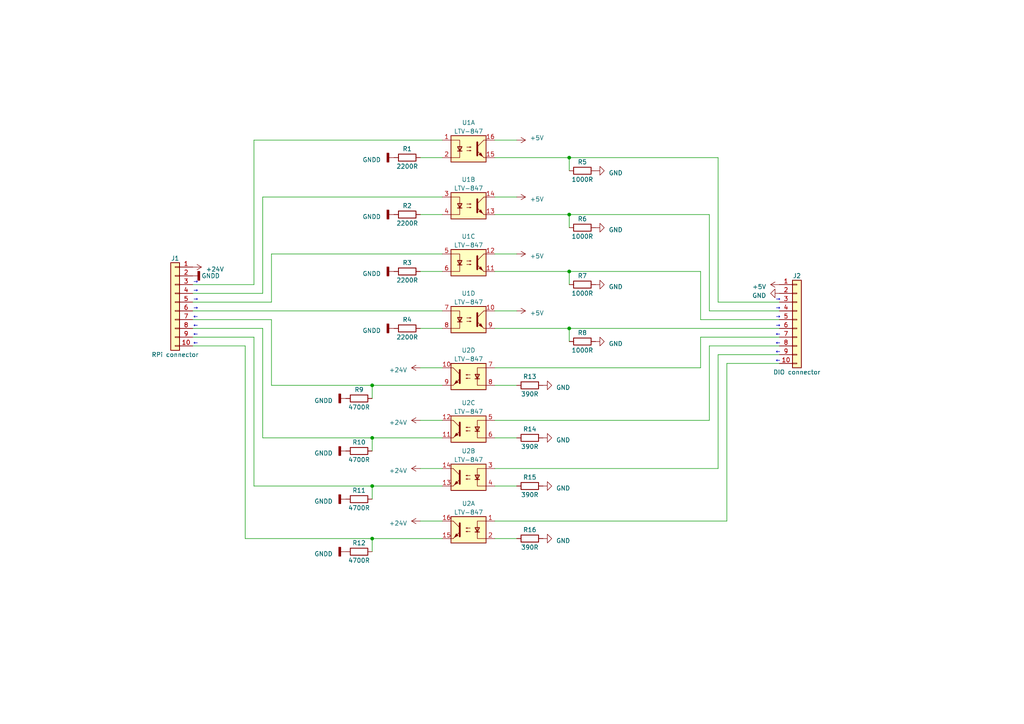
<source format=kicad_sch>
(kicad_sch (version 20230121) (generator eeschema)

  (uuid 2b477999-7334-4980-96c3-47b929cd90f4)

  (paper "A4")

  (lib_symbols
    (symbol "Connector_Generic:Conn_01x10" (pin_names (offset 1.016) hide) (in_bom yes) (on_board yes)
      (property "Reference" "J" (at 0 12.7 0)
        (effects (font (size 1.27 1.27)))
      )
      (property "Value" "Conn_01x10" (at 0 -15.24 0)
        (effects (font (size 1.27 1.27)))
      )
      (property "Footprint" "" (at 0 0 0)
        (effects (font (size 1.27 1.27)) hide)
      )
      (property "Datasheet" "~" (at 0 0 0)
        (effects (font (size 1.27 1.27)) hide)
      )
      (property "ki_keywords" "connector" (at 0 0 0)
        (effects (font (size 1.27 1.27)) hide)
      )
      (property "ki_description" "Generic connector, single row, 01x10, script generated (kicad-library-utils/schlib/autogen/connector/)" (at 0 0 0)
        (effects (font (size 1.27 1.27)) hide)
      )
      (property "ki_fp_filters" "Connector*:*_1x??_*" (at 0 0 0)
        (effects (font (size 1.27 1.27)) hide)
      )
      (symbol "Conn_01x10_1_1"
        (rectangle (start -1.27 -12.573) (end 0 -12.827)
          (stroke (width 0.1524) (type default))
          (fill (type none))
        )
        (rectangle (start -1.27 -10.033) (end 0 -10.287)
          (stroke (width 0.1524) (type default))
          (fill (type none))
        )
        (rectangle (start -1.27 -7.493) (end 0 -7.747)
          (stroke (width 0.1524) (type default))
          (fill (type none))
        )
        (rectangle (start -1.27 -4.953) (end 0 -5.207)
          (stroke (width 0.1524) (type default))
          (fill (type none))
        )
        (rectangle (start -1.27 -2.413) (end 0 -2.667)
          (stroke (width 0.1524) (type default))
          (fill (type none))
        )
        (rectangle (start -1.27 0.127) (end 0 -0.127)
          (stroke (width 0.1524) (type default))
          (fill (type none))
        )
        (rectangle (start -1.27 2.667) (end 0 2.413)
          (stroke (width 0.1524) (type default))
          (fill (type none))
        )
        (rectangle (start -1.27 5.207) (end 0 4.953)
          (stroke (width 0.1524) (type default))
          (fill (type none))
        )
        (rectangle (start -1.27 7.747) (end 0 7.493)
          (stroke (width 0.1524) (type default))
          (fill (type none))
        )
        (rectangle (start -1.27 10.287) (end 0 10.033)
          (stroke (width 0.1524) (type default))
          (fill (type none))
        )
        (rectangle (start -1.27 11.43) (end 1.27 -13.97)
          (stroke (width 0.254) (type default))
          (fill (type background))
        )
        (pin passive line (at -5.08 10.16 0) (length 3.81)
          (name "Pin_1" (effects (font (size 1.27 1.27))))
          (number "1" (effects (font (size 1.27 1.27))))
        )
        (pin passive line (at -5.08 -12.7 0) (length 3.81)
          (name "Pin_10" (effects (font (size 1.27 1.27))))
          (number "10" (effects (font (size 1.27 1.27))))
        )
        (pin passive line (at -5.08 7.62 0) (length 3.81)
          (name "Pin_2" (effects (font (size 1.27 1.27))))
          (number "2" (effects (font (size 1.27 1.27))))
        )
        (pin passive line (at -5.08 5.08 0) (length 3.81)
          (name "Pin_3" (effects (font (size 1.27 1.27))))
          (number "3" (effects (font (size 1.27 1.27))))
        )
        (pin passive line (at -5.08 2.54 0) (length 3.81)
          (name "Pin_4" (effects (font (size 1.27 1.27))))
          (number "4" (effects (font (size 1.27 1.27))))
        )
        (pin passive line (at -5.08 0 0) (length 3.81)
          (name "Pin_5" (effects (font (size 1.27 1.27))))
          (number "5" (effects (font (size 1.27 1.27))))
        )
        (pin passive line (at -5.08 -2.54 0) (length 3.81)
          (name "Pin_6" (effects (font (size 1.27 1.27))))
          (number "6" (effects (font (size 1.27 1.27))))
        )
        (pin passive line (at -5.08 -5.08 0) (length 3.81)
          (name "Pin_7" (effects (font (size 1.27 1.27))))
          (number "7" (effects (font (size 1.27 1.27))))
        )
        (pin passive line (at -5.08 -7.62 0) (length 3.81)
          (name "Pin_8" (effects (font (size 1.27 1.27))))
          (number "8" (effects (font (size 1.27 1.27))))
        )
        (pin passive line (at -5.08 -10.16 0) (length 3.81)
          (name "Pin_9" (effects (font (size 1.27 1.27))))
          (number "9" (effects (font (size 1.27 1.27))))
        )
      )
    )
    (symbol "Device:R" (pin_numbers hide) (pin_names (offset 0)) (in_bom yes) (on_board yes)
      (property "Reference" "R" (at 2.032 0 90)
        (effects (font (size 1.27 1.27)))
      )
      (property "Value" "R" (at 0 0 90)
        (effects (font (size 1.27 1.27)))
      )
      (property "Footprint" "" (at -1.778 0 90)
        (effects (font (size 1.27 1.27)) hide)
      )
      (property "Datasheet" "~" (at 0 0 0)
        (effects (font (size 1.27 1.27)) hide)
      )
      (property "ki_keywords" "R res resistor" (at 0 0 0)
        (effects (font (size 1.27 1.27)) hide)
      )
      (property "ki_description" "Resistor" (at 0 0 0)
        (effects (font (size 1.27 1.27)) hide)
      )
      (property "ki_fp_filters" "R_*" (at 0 0 0)
        (effects (font (size 1.27 1.27)) hide)
      )
      (symbol "R_0_1"
        (rectangle (start -1.016 -2.54) (end 1.016 2.54)
          (stroke (width 0.254) (type default))
          (fill (type none))
        )
      )
      (symbol "R_1_1"
        (pin passive line (at 0 3.81 270) (length 1.27)
          (name "~" (effects (font (size 1.27 1.27))))
          (number "1" (effects (font (size 1.27 1.27))))
        )
        (pin passive line (at 0 -3.81 90) (length 1.27)
          (name "~" (effects (font (size 1.27 1.27))))
          (number "2" (effects (font (size 1.27 1.27))))
        )
      )
    )
    (symbol "Isolator:LTV-847" (pin_names (offset 1.016)) (in_bom yes) (on_board yes)
      (property "Reference" "U" (at -5.08 5.08 0)
        (effects (font (size 1.27 1.27)) (justify left))
      )
      (property "Value" "LTV-847" (at 0 5.08 0)
        (effects (font (size 1.27 1.27)) (justify left))
      )
      (property "Footprint" "Package_DIP:DIP-16_W7.62mm" (at -5.08 -5.08 0)
        (effects (font (size 1.27 1.27) italic) (justify left) hide)
      )
      (property "Datasheet" "http://optoelectronics.liteon.com/upload/download/DS-70-96-0016/LTV-8X7%20series.PDF" (at 0 0 0)
        (effects (font (size 1.27 1.27)) (justify left) hide)
      )
      (property "ki_keywords" "NPN DC Quad Optocoupler" (at 0 0 0)
        (effects (font (size 1.27 1.27)) hide)
      )
      (property "ki_description" "Quad DC Optocoupler, Vce 35V, CTR 50%, DIP-16" (at 0 0 0)
        (effects (font (size 1.27 1.27)) hide)
      )
      (property "ki_fp_filters" "DIP*W7.62mm*" (at 0 0 0)
        (effects (font (size 1.27 1.27)) hide)
      )
      (symbol "LTV-847_0_1"
        (rectangle (start -5.08 3.81) (end 5.08 -3.81)
          (stroke (width 0.254) (type default))
          (fill (type background))
        )
        (polyline
          (pts
            (xy -3.175 -0.635)
            (xy -1.905 -0.635)
          )
          (stroke (width 0.254) (type default))
          (fill (type none))
        )
        (polyline
          (pts
            (xy 2.54 0.635)
            (xy 4.445 2.54)
          )
          (stroke (width 0) (type default))
          (fill (type none))
        )
        (polyline
          (pts
            (xy 4.445 -2.54)
            (xy 2.54 -0.635)
          )
          (stroke (width 0) (type default))
          (fill (type outline))
        )
        (polyline
          (pts
            (xy 4.445 -2.54)
            (xy 5.08 -2.54)
          )
          (stroke (width 0) (type default))
          (fill (type none))
        )
        (polyline
          (pts
            (xy 4.445 2.54)
            (xy 5.08 2.54)
          )
          (stroke (width 0) (type default))
          (fill (type none))
        )
        (polyline
          (pts
            (xy -2.54 -0.635)
            (xy -2.54 -2.54)
            (xy -5.08 -2.54)
          )
          (stroke (width 0) (type default))
          (fill (type none))
        )
        (polyline
          (pts
            (xy 2.54 1.905)
            (xy 2.54 -1.905)
            (xy 2.54 -1.905)
          )
          (stroke (width 0.508) (type default))
          (fill (type none))
        )
        (polyline
          (pts
            (xy -5.08 2.54)
            (xy -2.54 2.54)
            (xy -2.54 -1.27)
            (xy -2.54 0.635)
          )
          (stroke (width 0) (type default))
          (fill (type none))
        )
        (polyline
          (pts
            (xy -2.54 -0.635)
            (xy -3.175 0.635)
            (xy -1.905 0.635)
            (xy -2.54 -0.635)
          )
          (stroke (width 0.254) (type default))
          (fill (type none))
        )
        (polyline
          (pts
            (xy -0.508 -0.508)
            (xy 0.762 -0.508)
            (xy 0.381 -0.635)
            (xy 0.381 -0.381)
            (xy 0.762 -0.508)
          )
          (stroke (width 0) (type default))
          (fill (type none))
        )
        (polyline
          (pts
            (xy -0.508 0.508)
            (xy 0.762 0.508)
            (xy 0.381 0.381)
            (xy 0.381 0.635)
            (xy 0.762 0.508)
          )
          (stroke (width 0) (type default))
          (fill (type none))
        )
        (polyline
          (pts
            (xy 3.048 -1.651)
            (xy 3.556 -1.143)
            (xy 4.064 -2.159)
            (xy 3.048 -1.651)
            (xy 3.048 -1.651)
          )
          (stroke (width 0) (type default))
          (fill (type outline))
        )
      )
      (symbol "LTV-847_1_1"
        (pin passive line (at -7.62 2.54 0) (length 2.54)
          (name "~" (effects (font (size 1.27 1.27))))
          (number "1" (effects (font (size 1.27 1.27))))
        )
        (pin passive line (at 7.62 -2.54 180) (length 2.54)
          (name "~" (effects (font (size 1.27 1.27))))
          (number "15" (effects (font (size 1.27 1.27))))
        )
        (pin passive line (at 7.62 2.54 180) (length 2.54)
          (name "~" (effects (font (size 1.27 1.27))))
          (number "16" (effects (font (size 1.27 1.27))))
        )
        (pin passive line (at -7.62 -2.54 0) (length 2.54)
          (name "~" (effects (font (size 1.27 1.27))))
          (number "2" (effects (font (size 1.27 1.27))))
        )
      )
      (symbol "LTV-847_2_1"
        (pin passive line (at 7.62 -2.54 180) (length 2.54)
          (name "~" (effects (font (size 1.27 1.27))))
          (number "13" (effects (font (size 1.27 1.27))))
        )
        (pin passive line (at 7.62 2.54 180) (length 2.54)
          (name "~" (effects (font (size 1.27 1.27))))
          (number "14" (effects (font (size 1.27 1.27))))
        )
        (pin passive line (at -7.62 2.54 0) (length 2.54)
          (name "~" (effects (font (size 1.27 1.27))))
          (number "3" (effects (font (size 1.27 1.27))))
        )
        (pin passive line (at -7.62 -2.54 0) (length 2.54)
          (name "~" (effects (font (size 1.27 1.27))))
          (number "4" (effects (font (size 1.27 1.27))))
        )
      )
      (symbol "LTV-847_3_1"
        (pin passive line (at 7.62 -2.54 180) (length 2.54)
          (name "~" (effects (font (size 1.27 1.27))))
          (number "11" (effects (font (size 1.27 1.27))))
        )
        (pin passive line (at 7.62 2.54 180) (length 2.54)
          (name "~" (effects (font (size 1.27 1.27))))
          (number "12" (effects (font (size 1.27 1.27))))
        )
        (pin passive line (at -7.62 2.54 0) (length 2.54)
          (name "~" (effects (font (size 1.27 1.27))))
          (number "5" (effects (font (size 1.27 1.27))))
        )
        (pin passive line (at -7.62 -2.54 0) (length 2.54)
          (name "~" (effects (font (size 1.27 1.27))))
          (number "6" (effects (font (size 1.27 1.27))))
        )
      )
      (symbol "LTV-847_4_1"
        (pin passive line (at 7.62 2.54 180) (length 2.54)
          (name "~" (effects (font (size 1.27 1.27))))
          (number "10" (effects (font (size 1.27 1.27))))
        )
        (pin passive line (at -7.62 2.54 0) (length 2.54)
          (name "~" (effects (font (size 1.27 1.27))))
          (number "7" (effects (font (size 1.27 1.27))))
        )
        (pin passive line (at -7.62 -2.54 0) (length 2.54)
          (name "~" (effects (font (size 1.27 1.27))))
          (number "8" (effects (font (size 1.27 1.27))))
        )
        (pin passive line (at 7.62 -2.54 180) (length 2.54)
          (name "~" (effects (font (size 1.27 1.27))))
          (number "9" (effects (font (size 1.27 1.27))))
        )
      )
    )
    (symbol "power:+24V" (power) (pin_names (offset 0)) (in_bom yes) (on_board yes)
      (property "Reference" "#PWR" (at 0 -3.81 0)
        (effects (font (size 1.27 1.27)) hide)
      )
      (property "Value" "+24V" (at 0 3.556 0)
        (effects (font (size 1.27 1.27)))
      )
      (property "Footprint" "" (at 0 0 0)
        (effects (font (size 1.27 1.27)) hide)
      )
      (property "Datasheet" "" (at 0 0 0)
        (effects (font (size 1.27 1.27)) hide)
      )
      (property "ki_keywords" "global power" (at 0 0 0)
        (effects (font (size 1.27 1.27)) hide)
      )
      (property "ki_description" "Power symbol creates a global label with name \"+24V\"" (at 0 0 0)
        (effects (font (size 1.27 1.27)) hide)
      )
      (symbol "+24V_0_1"
        (polyline
          (pts
            (xy -0.762 1.27)
            (xy 0 2.54)
          )
          (stroke (width 0) (type default))
          (fill (type none))
        )
        (polyline
          (pts
            (xy 0 0)
            (xy 0 2.54)
          )
          (stroke (width 0) (type default))
          (fill (type none))
        )
        (polyline
          (pts
            (xy 0 2.54)
            (xy 0.762 1.27)
          )
          (stroke (width 0) (type default))
          (fill (type none))
        )
      )
      (symbol "+24V_1_1"
        (pin power_in line (at 0 0 90) (length 0) hide
          (name "+24V" (effects (font (size 1.27 1.27))))
          (number "1" (effects (font (size 1.27 1.27))))
        )
      )
    )
    (symbol "power:+5V" (power) (pin_names (offset 0)) (in_bom yes) (on_board yes)
      (property "Reference" "#PWR" (at 0 -3.81 0)
        (effects (font (size 1.27 1.27)) hide)
      )
      (property "Value" "+5V" (at 0 3.556 0)
        (effects (font (size 1.27 1.27)))
      )
      (property "Footprint" "" (at 0 0 0)
        (effects (font (size 1.27 1.27)) hide)
      )
      (property "Datasheet" "" (at 0 0 0)
        (effects (font (size 1.27 1.27)) hide)
      )
      (property "ki_keywords" "global power" (at 0 0 0)
        (effects (font (size 1.27 1.27)) hide)
      )
      (property "ki_description" "Power symbol creates a global label with name \"+5V\"" (at 0 0 0)
        (effects (font (size 1.27 1.27)) hide)
      )
      (symbol "+5V_0_1"
        (polyline
          (pts
            (xy -0.762 1.27)
            (xy 0 2.54)
          )
          (stroke (width 0) (type default))
          (fill (type none))
        )
        (polyline
          (pts
            (xy 0 0)
            (xy 0 2.54)
          )
          (stroke (width 0) (type default))
          (fill (type none))
        )
        (polyline
          (pts
            (xy 0 2.54)
            (xy 0.762 1.27)
          )
          (stroke (width 0) (type default))
          (fill (type none))
        )
      )
      (symbol "+5V_1_1"
        (pin power_in line (at 0 0 90) (length 0) hide
          (name "+5V" (effects (font (size 1.27 1.27))))
          (number "1" (effects (font (size 1.27 1.27))))
        )
      )
    )
    (symbol "power:GND" (power) (pin_names (offset 0)) (in_bom yes) (on_board yes)
      (property "Reference" "#PWR" (at 0 -6.35 0)
        (effects (font (size 1.27 1.27)) hide)
      )
      (property "Value" "GND" (at 0 -3.81 0)
        (effects (font (size 1.27 1.27)))
      )
      (property "Footprint" "" (at 0 0 0)
        (effects (font (size 1.27 1.27)) hide)
      )
      (property "Datasheet" "" (at 0 0 0)
        (effects (font (size 1.27 1.27)) hide)
      )
      (property "ki_keywords" "global power" (at 0 0 0)
        (effects (font (size 1.27 1.27)) hide)
      )
      (property "ki_description" "Power symbol creates a global label with name \"GND\" , ground" (at 0 0 0)
        (effects (font (size 1.27 1.27)) hide)
      )
      (symbol "GND_0_1"
        (polyline
          (pts
            (xy 0 0)
            (xy 0 -1.27)
            (xy 1.27 -1.27)
            (xy 0 -2.54)
            (xy -1.27 -1.27)
            (xy 0 -1.27)
          )
          (stroke (width 0) (type default))
          (fill (type none))
        )
      )
      (symbol "GND_1_1"
        (pin power_in line (at 0 0 270) (length 0) hide
          (name "GND" (effects (font (size 1.27 1.27))))
          (number "1" (effects (font (size 1.27 1.27))))
        )
      )
    )
    (symbol "power:GNDD" (power) (pin_names (offset 0)) (in_bom yes) (on_board yes)
      (property "Reference" "#PWR" (at 0 -6.35 0)
        (effects (font (size 1.27 1.27)) hide)
      )
      (property "Value" "GNDD" (at 0 -3.175 0)
        (effects (font (size 1.27 1.27)))
      )
      (property "Footprint" "" (at 0 0 0)
        (effects (font (size 1.27 1.27)) hide)
      )
      (property "Datasheet" "" (at 0 0 0)
        (effects (font (size 1.27 1.27)) hide)
      )
      (property "ki_keywords" "global power" (at 0 0 0)
        (effects (font (size 1.27 1.27)) hide)
      )
      (property "ki_description" "Power symbol creates a global label with name \"GNDD\" , digital ground" (at 0 0 0)
        (effects (font (size 1.27 1.27)) hide)
      )
      (symbol "GNDD_0_1"
        (rectangle (start -1.27 -1.524) (end 1.27 -2.032)
          (stroke (width 0.254) (type default))
          (fill (type outline))
        )
        (polyline
          (pts
            (xy 0 0)
            (xy 0 -1.524)
          )
          (stroke (width 0) (type default))
          (fill (type none))
        )
      )
      (symbol "GNDD_1_1"
        (pin power_in line (at 0 0 270) (length 0) hide
          (name "GNDD" (effects (font (size 1.27 1.27))))
          (number "1" (effects (font (size 1.27 1.27))))
        )
      )
    )
  )

  (junction (at 107.95 127) (diameter 0) (color 0 0 0 0)
    (uuid 0e906d6d-333b-4261-b02d-cdbed80b0bf3)
  )
  (junction (at 165.1 78.74) (diameter 0) (color 0 0 0 0)
    (uuid 2898f110-6890-4d82-b181-6e576c5fa79b)
  )
  (junction (at 165.1 62.23) (diameter 0) (color 0 0 0 0)
    (uuid 2a5c3e46-aa4f-4772-a784-45c4deb5fd94)
  )
  (junction (at 107.95 156.21) (diameter 0) (color 0 0 0 0)
    (uuid 44f8db4f-8950-4486-93c3-a93801d4bfa1)
  )
  (junction (at 107.95 140.97) (diameter 0) (color 0 0 0 0)
    (uuid 78dffbf7-b43b-4f1c-939c-691970e56199)
  )
  (junction (at 107.95 111.76) (diameter 0) (color 0 0 0 0)
    (uuid 8509d711-b45a-4ba2-a275-4041078bbbea)
  )
  (junction (at 165.1 95.25) (diameter 0) (color 0 0 0 0)
    (uuid 86cdd53c-37cf-4446-b6ee-aecef3181a85)
  )
  (junction (at 165.1 45.72) (diameter 0) (color 0 0 0 0)
    (uuid b5738857-0d44-481c-a05e-a76c8a042bde)
  )

  (wire (pts (xy 55.88 100.33) (xy 71.12 100.33))
    (stroke (width 0) (type default))
    (uuid 00beca99-ddd5-47f7-a88b-9a5cc91902a1)
  )
  (wire (pts (xy 107.95 111.76) (xy 128.27 111.76))
    (stroke (width 0) (type default))
    (uuid 03cea626-e3aa-48b7-bb30-8fab2ad6e4a2)
  )
  (wire (pts (xy 165.1 78.74) (xy 203.2 78.74))
    (stroke (width 0) (type default))
    (uuid 06acdbbe-8336-4487-8f51-637384e367ef)
  )
  (wire (pts (xy 78.74 111.76) (xy 107.95 111.76))
    (stroke (width 0) (type default))
    (uuid 0b6afa8a-10b6-4299-8875-4f9c7e0bb620)
  )
  (wire (pts (xy 128.27 156.21) (xy 107.95 156.21))
    (stroke (width 0) (type default))
    (uuid 0d2eff76-8c31-41cf-b09f-d4728fd94e77)
  )
  (wire (pts (xy 143.51 135.89) (xy 208.28 135.89))
    (stroke (width 0) (type default))
    (uuid 0f94d7f8-195e-47b1-b186-a5330b3db2ca)
  )
  (wire (pts (xy 210.82 105.41) (xy 210.82 151.13))
    (stroke (width 0) (type default))
    (uuid 111ece0e-8ea4-435f-85a6-e828806a0392)
  )
  (wire (pts (xy 107.95 140.97) (xy 107.95 144.78))
    (stroke (width 0) (type default))
    (uuid 12aa9089-3673-4602-8de7-cea4da384c5b)
  )
  (wire (pts (xy 165.1 62.23) (xy 165.1 66.04))
    (stroke (width 0) (type default))
    (uuid 147274d2-bbea-4a76-a262-4df3a2dc2fb1)
  )
  (wire (pts (xy 128.27 73.66) (xy 78.74 73.66))
    (stroke (width 0) (type default))
    (uuid 16fa7806-d6ee-4d5d-9a73-926844a36bd5)
  )
  (wire (pts (xy 226.06 97.79) (xy 203.2 97.79))
    (stroke (width 0) (type default))
    (uuid 1985d753-0c35-4a57-b13a-756dfe9ee4cb)
  )
  (wire (pts (xy 203.2 78.74) (xy 203.2 92.71))
    (stroke (width 0) (type default))
    (uuid 1cf0e985-1d43-4177-8c3e-7406b3763ca2)
  )
  (wire (pts (xy 128.27 140.97) (xy 107.95 140.97))
    (stroke (width 0) (type default))
    (uuid 1db2c5e9-9a91-4787-af10-3791cadd0c85)
  )
  (wire (pts (xy 226.06 100.33) (xy 205.74 100.33))
    (stroke (width 0) (type default))
    (uuid 227409e9-45da-40b1-b0be-eecfd5f6f888)
  )
  (wire (pts (xy 73.66 97.79) (xy 73.66 140.97))
    (stroke (width 0) (type default))
    (uuid 228882e7-7251-4924-8d8c-f2ac3a354a9b)
  )
  (wire (pts (xy 55.88 85.09) (xy 76.2 85.09))
    (stroke (width 0) (type default))
    (uuid 24948be9-a495-4505-bd4b-801fd9c425ab)
  )
  (wire (pts (xy 107.95 127) (xy 107.95 130.81))
    (stroke (width 0) (type default))
    (uuid 2967a804-b18e-4774-8c24-583f5e5ad9bd)
  )
  (wire (pts (xy 143.51 78.74) (xy 165.1 78.74))
    (stroke (width 0) (type default))
    (uuid 2a952c2c-5788-412f-bdc0-0934b1686dc7)
  )
  (wire (pts (xy 208.28 45.72) (xy 208.28 87.63))
    (stroke (width 0) (type default))
    (uuid 32e2849e-8edc-4a3f-8abf-bb68497a711b)
  )
  (wire (pts (xy 121.92 95.25) (xy 128.27 95.25))
    (stroke (width 0) (type default))
    (uuid 39c82474-3d7e-4c79-a2a3-07a17e5daa8e)
  )
  (wire (pts (xy 208.28 102.87) (xy 226.06 102.87))
    (stroke (width 0) (type default))
    (uuid 3aad9405-5354-4556-a70c-cb3d19ad74e0)
  )
  (wire (pts (xy 143.51 156.21) (xy 149.86 156.21))
    (stroke (width 0) (type default))
    (uuid 3b13f3bb-2c9b-4652-928a-5fd21c962813)
  )
  (wire (pts (xy 208.28 87.63) (xy 226.06 87.63))
    (stroke (width 0) (type default))
    (uuid 4038eebf-21ad-4bde-98a8-ade6ca4c4a45)
  )
  (wire (pts (xy 165.1 95.25) (xy 226.06 95.25))
    (stroke (width 0) (type default))
    (uuid 4113f60c-5a74-45cb-86db-e7ff0080d1ae)
  )
  (wire (pts (xy 78.74 73.66) (xy 78.74 87.63))
    (stroke (width 0) (type default))
    (uuid 4492d533-4360-49c6-b3a7-51b3ae6989d3)
  )
  (wire (pts (xy 203.2 97.79) (xy 203.2 106.68))
    (stroke (width 0) (type default))
    (uuid 4e76e13f-30fd-4022-b819-5e8bd65fa994)
  )
  (wire (pts (xy 73.66 40.64) (xy 73.66 82.55))
    (stroke (width 0) (type default))
    (uuid 4fc8b5b1-ce34-47b8-b6c0-41f51fa57a43)
  )
  (wire (pts (xy 55.88 95.25) (xy 76.2 95.25))
    (stroke (width 0) (type default))
    (uuid 560b0acb-e3ae-4089-84ae-1dd924c23827)
  )
  (wire (pts (xy 203.2 92.71) (xy 226.06 92.71))
    (stroke (width 0) (type default))
    (uuid 57791b7c-3734-4c79-b6ea-1f1ea8a0e829)
  )
  (wire (pts (xy 121.92 78.74) (xy 128.27 78.74))
    (stroke (width 0) (type default))
    (uuid 5ae51b7b-1794-4aa0-a146-9d78320617d2)
  )
  (wire (pts (xy 121.92 151.13) (xy 128.27 151.13))
    (stroke (width 0) (type default))
    (uuid 5c486feb-afb9-48d9-ae92-1fb098782787)
  )
  (wire (pts (xy 128.27 127) (xy 107.95 127))
    (stroke (width 0) (type default))
    (uuid 64a9cec7-94ec-4236-8afc-efe47243f140)
  )
  (wire (pts (xy 107.95 111.76) (xy 107.95 115.57))
    (stroke (width 0) (type default))
    (uuid 64fc8820-1762-43bb-8153-0c10436bc33b)
  )
  (wire (pts (xy 78.74 92.71) (xy 78.74 111.76))
    (stroke (width 0) (type default))
    (uuid 68d47211-0285-4af1-a7f9-222eba6e11bb)
  )
  (wire (pts (xy 73.66 82.55) (xy 55.88 82.55))
    (stroke (width 0) (type default))
    (uuid 6a8e5810-be16-4211-b3cc-118a8c9c0126)
  )
  (wire (pts (xy 165.1 95.25) (xy 165.1 99.06))
    (stroke (width 0) (type default))
    (uuid 6eb60b0d-92d0-4685-a6c4-75b741cff038)
  )
  (wire (pts (xy 143.51 127) (xy 149.86 127))
    (stroke (width 0) (type default))
    (uuid 704f1524-7552-462d-996c-0383312b26c7)
  )
  (wire (pts (xy 121.92 135.89) (xy 128.27 135.89))
    (stroke (width 0) (type default))
    (uuid 7410059a-9295-4af4-8c0d-3c17ca06d318)
  )
  (wire (pts (xy 226.06 90.17) (xy 205.74 90.17))
    (stroke (width 0) (type default))
    (uuid 7809f2f0-ccc3-43c0-8d63-746a5a779206)
  )
  (wire (pts (xy 107.95 140.97) (xy 73.66 140.97))
    (stroke (width 0) (type default))
    (uuid 7c9fbd90-9a11-48e5-8413-a39a3aa78a41)
  )
  (wire (pts (xy 143.51 40.64) (xy 149.86 40.64))
    (stroke (width 0) (type default))
    (uuid 82776516-7e1b-421a-ac48-1183be801a40)
  )
  (wire (pts (xy 165.1 45.72) (xy 208.28 45.72))
    (stroke (width 0) (type default))
    (uuid 8fb6f259-c158-41de-8056-85c758fdb465)
  )
  (wire (pts (xy 143.51 95.25) (xy 165.1 95.25))
    (stroke (width 0) (type default))
    (uuid 924524e9-839e-4f30-b511-10f77e60e840)
  )
  (wire (pts (xy 205.74 62.23) (xy 205.74 90.17))
    (stroke (width 0) (type default))
    (uuid 9315158c-f337-4c7d-9fb0-377668d7e8f9)
  )
  (wire (pts (xy 73.66 40.64) (xy 128.27 40.64))
    (stroke (width 0) (type default))
    (uuid 950fcea2-97a0-48f9-8afd-b892a10b00b7)
  )
  (wire (pts (xy 71.12 100.33) (xy 71.12 156.21))
    (stroke (width 0) (type default))
    (uuid 9539fc8e-c58d-4813-89fe-724c97a8870f)
  )
  (wire (pts (xy 107.95 127) (xy 76.2 127))
    (stroke (width 0) (type default))
    (uuid 96c2237e-5fb8-411a-8843-5f4e773b3ea2)
  )
  (wire (pts (xy 143.51 121.92) (xy 205.74 121.92))
    (stroke (width 0) (type default))
    (uuid 97c66f15-89f5-4981-acf0-77708e06b726)
  )
  (wire (pts (xy 226.06 105.41) (xy 210.82 105.41))
    (stroke (width 0) (type default))
    (uuid 98e06ceb-6399-454a-b2d6-922d2dd00085)
  )
  (wire (pts (xy 208.28 102.87) (xy 208.28 135.89))
    (stroke (width 0) (type default))
    (uuid a946ad28-8e12-436d-b8fc-944af8b60677)
  )
  (wire (pts (xy 76.2 57.15) (xy 76.2 85.09))
    (stroke (width 0) (type default))
    (uuid aa73f750-2a7e-42e2-bf25-26150b54c221)
  )
  (wire (pts (xy 143.51 45.72) (xy 165.1 45.72))
    (stroke (width 0) (type default))
    (uuid aea74bd0-d819-4590-a81a-cbcfe4d6d6c4)
  )
  (wire (pts (xy 107.95 156.21) (xy 71.12 156.21))
    (stroke (width 0) (type default))
    (uuid af37f624-fd05-4654-9507-9f54a2ece60b)
  )
  (wire (pts (xy 143.51 90.17) (xy 149.86 90.17))
    (stroke (width 0) (type default))
    (uuid af929cb6-b282-4e9b-81bd-245927e6cadc)
  )
  (wire (pts (xy 55.88 97.79) (xy 73.66 97.79))
    (stroke (width 0) (type default))
    (uuid b1c883f6-09ab-4547-bf32-efd96f24a826)
  )
  (wire (pts (xy 165.1 78.74) (xy 165.1 82.55))
    (stroke (width 0) (type default))
    (uuid b2723788-ac6e-49ab-a30b-61eb2e92b87b)
  )
  (wire (pts (xy 55.88 92.71) (xy 78.74 92.71))
    (stroke (width 0) (type default))
    (uuid b2a412a1-4e15-4d73-96aa-ee9333ad5e63)
  )
  (wire (pts (xy 121.92 62.23) (xy 128.27 62.23))
    (stroke (width 0) (type default))
    (uuid b5afe1bf-14af-4ec9-8b1f-348b1cd57b1f)
  )
  (wire (pts (xy 76.2 57.15) (xy 128.27 57.15))
    (stroke (width 0) (type default))
    (uuid baeb98dd-6e9b-46e5-b8b9-045f41ff2b41)
  )
  (wire (pts (xy 121.92 121.92) (xy 128.27 121.92))
    (stroke (width 0) (type default))
    (uuid c626cb18-1c20-4e0f-b67b-eabb971694be)
  )
  (wire (pts (xy 165.1 45.72) (xy 165.1 49.53))
    (stroke (width 0) (type default))
    (uuid c8397dc8-a8a9-4b50-8018-15bdd1d9842a)
  )
  (wire (pts (xy 143.51 111.76) (xy 149.86 111.76))
    (stroke (width 0) (type default))
    (uuid cd6d6310-39bd-41cc-a509-b5d8dae8ca43)
  )
  (wire (pts (xy 143.51 73.66) (xy 149.86 73.66))
    (stroke (width 0) (type default))
    (uuid d0308a17-5c86-4fc7-8fc1-3be25b726173)
  )
  (wire (pts (xy 143.51 62.23) (xy 165.1 62.23))
    (stroke (width 0) (type default))
    (uuid d2dff9da-65a4-4229-a52c-9d392d32b4ec)
  )
  (wire (pts (xy 143.51 151.13) (xy 210.82 151.13))
    (stroke (width 0) (type default))
    (uuid d5a4f691-7462-4137-8006-ad9a2c31f7df)
  )
  (wire (pts (xy 107.95 156.21) (xy 107.95 160.02))
    (stroke (width 0) (type default))
    (uuid d6437605-3c31-4616-9fbe-c246ddf1aefc)
  )
  (wire (pts (xy 205.74 100.33) (xy 205.74 121.92))
    (stroke (width 0) (type default))
    (uuid d664f803-0d99-4de8-9731-23cdfb4f391b)
  )
  (wire (pts (xy 55.88 87.63) (xy 78.74 87.63))
    (stroke (width 0) (type default))
    (uuid da5cc293-4d7e-44af-9977-baadb9043afd)
  )
  (wire (pts (xy 121.92 106.68) (xy 128.27 106.68))
    (stroke (width 0) (type default))
    (uuid e2ca09bf-c594-4c3e-817a-59996421240b)
  )
  (wire (pts (xy 143.51 140.97) (xy 149.86 140.97))
    (stroke (width 0) (type default))
    (uuid e476f6c7-64ee-491b-b8b0-229bd0a3efc6)
  )
  (wire (pts (xy 165.1 62.23) (xy 205.74 62.23))
    (stroke (width 0) (type default))
    (uuid e7aeb6fc-d618-4cf2-8086-1df8d90056ea)
  )
  (wire (pts (xy 143.51 106.68) (xy 203.2 106.68))
    (stroke (width 0) (type default))
    (uuid efd608b9-41ea-4ea7-8562-1557ede4a0e6)
  )
  (wire (pts (xy 143.51 57.15) (xy 149.86 57.15))
    (stroke (width 0) (type default))
    (uuid f3467ef4-1d19-4939-af94-5e0d6133df35)
  )
  (wire (pts (xy 55.88 90.17) (xy 128.27 90.17))
    (stroke (width 0) (type default))
    (uuid f38a536b-476e-4666-b55e-5dd2abdd8f05)
  )
  (wire (pts (xy 76.2 95.25) (xy 76.2 127))
    (stroke (width 0) (type default))
    (uuid f413e072-ac57-457b-a900-e44eaaadda94)
  )
  (wire (pts (xy 121.92 45.72) (xy 128.27 45.72))
    (stroke (width 0) (type default))
    (uuid f73738c4-856d-43f3-985f-bbc1c53f40fa)
  )

  (text "→" (at 55.88 82.55 0)
    (effects (font (size 1.27 1.27)) (justify left bottom))
    (uuid 1943231b-127b-4b25-81e8-9373c929c1e8)
  )
  (text "←" (at 224.79 102.87 0)
    (effects (font (size 1.27 1.27)) (justify left bottom))
    (uuid 23f3dd0e-ded6-44c0-a072-95f1245df883)
  )
  (text "←" (at 55.88 95.25 0)
    (effects (font (size 1.27 1.27)) (justify left bottom))
    (uuid 328e1a1b-2397-4fbd-9c28-823ba6df17bc)
  )
  (text "→" (at 224.79 92.71 0)
    (effects (font (size 1.27 1.27)) (justify left bottom))
    (uuid 34268059-2e69-4dba-a24c-2f8aa2b5e760)
  )
  (text "←" (at 224.79 97.79 0)
    (effects (font (size 1.27 1.27)) (justify left bottom))
    (uuid 3fd4c914-74f1-4a00-b9d5-ab2693d3e00b)
  )
  (text "←" (at 224.79 105.41 0)
    (effects (font (size 1.27 1.27)) (justify left bottom))
    (uuid 47040634-211c-479d-8bc5-35953cb7192d)
  )
  (text "→" (at 55.88 85.09 0)
    (effects (font (size 1.27 1.27)) (justify left bottom))
    (uuid 652ddbbc-8287-4626-a18c-15f9f20ad395)
  )
  (text "←" (at 224.79 100.33 0)
    (effects (font (size 1.27 1.27)) (justify left bottom))
    (uuid 69e54aa9-d860-439a-b46c-ee2aa550234c)
  )
  (text "←" (at 55.88 100.33 0)
    (effects (font (size 1.27 1.27)) (justify left bottom))
    (uuid 99712573-cc5b-4c60-82d4-a9b1fe20241c)
  )
  (text "←" (at 55.88 92.71 0)
    (effects (font (size 1.27 1.27)) (justify left bottom))
    (uuid b5a9eff6-a602-4fd3-9327-e53591734ff7)
  )
  (text "→" (at 55.88 87.63 0)
    (effects (font (size 1.27 1.27)) (justify left bottom))
    (uuid c2165fcd-9a76-4938-8416-b6163bff5417)
  )
  (text "→" (at 224.79 90.17 0)
    (effects (font (size 1.27 1.27)) (justify left bottom))
    (uuid c781d2cb-1bd7-4748-bed8-f9eaf938557b)
  )
  (text "→" (at 55.88 90.17 0)
    (effects (font (size 1.27 1.27)) (justify left bottom))
    (uuid d0089722-c2de-485f-bbb9-82a8d6dac8a4)
  )
  (text "←" (at 55.88 97.79 0)
    (effects (font (size 1.27 1.27)) (justify left bottom))
    (uuid ecbef066-a372-41ed-9975-3df2f9dfc9e6)
  )
  (text "→" (at 224.79 87.63 0)
    (effects (font (size 1.27 1.27)) (justify left bottom))
    (uuid f654a701-c877-44b6-81e9-e5eca35d21a4)
  )
  (text "→" (at 224.79 95.25 0)
    (effects (font (size 1.27 1.27)) (justify left bottom))
    (uuid fbe8579c-efb3-437e-8519-71a8f732045f)
  )

  (symbol (lib_id "Device:R") (at 104.14 144.78 90) (unit 1)
    (in_bom yes) (on_board yes) (dnp no)
    (uuid 04136661-efb9-4cab-a81d-7cfe2ae65996)
    (property "Reference" "R11" (at 104.14 142.24 90)
      (effects (font (size 1.27 1.27)))
    )
    (property "Value" "4700R" (at 104.14 147.32 90)
      (effects (font (size 1.27 1.27)))
    )
    (property "Footprint" "Resistor_THT:R_Axial_DIN0207_L6.3mm_D2.5mm_P10.16mm_Horizontal" (at 104.14 146.558 90)
      (effects (font (size 1.27 1.27)) hide)
    )
    (property "Datasheet" "~" (at 104.14 144.78 0)
      (effects (font (size 1.27 1.27)) hide)
    )
    (pin "1" (uuid 300a76c4-90dd-49b6-a178-32a212cf17e7))
    (pin "2" (uuid 739c99cd-e01f-4510-acec-478d20b15bd9))
    (instances
      (project "level_shifter"
        (path "/6fddfeea-b9e6-409f-abf1-28266caabd5a"
          (reference "R11") (unit 1)
        )
        (path "/6fddfeea-b9e6-409f-abf1-28266caabd5a/6c84d415-f7fa-4480-992e-b0333550a11a"
          (reference "R19") (unit 1)
        )
      )
    )
  )

  (symbol (lib_id "power:+5V") (at 149.86 73.66 270) (mirror x) (unit 1)
    (in_bom yes) (on_board yes) (dnp no)
    (uuid 072a19f3-f99e-4b8c-a1a2-0244cd1d686c)
    (property "Reference" "#PWR020" (at 146.05 73.66 0)
      (effects (font (size 1.27 1.27)) hide)
    )
    (property "Value" "+5V" (at 153.67 74.295 90)
      (effects (font (size 1.27 1.27)) (justify left))
    )
    (property "Footprint" "" (at 149.86 73.66 0)
      (effects (font (size 1.27 1.27)) hide)
    )
    (property "Datasheet" "" (at 149.86 73.66 0)
      (effects (font (size 1.27 1.27)) hide)
    )
    (pin "1" (uuid 5cf4f97e-a736-4d11-b2b7-84519aa2ba31))
    (instances
      (project "level_shifter"
        (path "/6fddfeea-b9e6-409f-abf1-28266caabd5a"
          (reference "#PWR020") (unit 1)
        )
        (path "/6fddfeea-b9e6-409f-abf1-28266caabd5a/6c84d415-f7fa-4480-992e-b0333550a11a"
          (reference "#PWR045") (unit 1)
        )
      )
    )
  )

  (symbol (lib_id "Isolator:LTV-847") (at 135.89 109.22 0) (mirror y) (unit 4)
    (in_bom yes) (on_board yes) (dnp no) (fields_autoplaced)
    (uuid 0e1cd675-32f9-4039-8060-e138231b01f9)
    (property "Reference" "U2" (at 135.89 101.6 0)
      (effects (font (size 1.27 1.27)))
    )
    (property "Value" "LTV-847" (at 135.89 104.14 0)
      (effects (font (size 1.27 1.27)))
    )
    (property "Footprint" "Package_DIP:DIP-16_W7.62mm" (at 140.97 114.3 0)
      (effects (font (size 1.27 1.27) italic) (justify left) hide)
    )
    (property "Datasheet" "http://optoelectronics.liteon.com/upload/download/DS-70-96-0016/LTV-8X7%20series.PDF" (at 135.89 109.22 0)
      (effects (font (size 1.27 1.27)) (justify left) hide)
    )
    (pin "1" (uuid b5005051-1d88-487e-8f0b-3d41cda4b519))
    (pin "15" (uuid 83aa56ba-e7a5-4617-acf5-daa25d393493))
    (pin "16" (uuid b8792885-adab-48d2-95b9-4a00992e9595))
    (pin "2" (uuid 4588ec7c-02e3-41f0-9a34-2a9a50249b64))
    (pin "13" (uuid 2545b0ca-e1da-42f6-858f-942ada4f533d))
    (pin "14" (uuid e19f989c-b186-4a2c-800d-bdb7ee5a1f85))
    (pin "3" (uuid 8d59e132-c638-49cb-bcad-3458cc6faad0))
    (pin "4" (uuid 10c7b77e-d24d-4800-9041-e77709f70c3f))
    (pin "11" (uuid b9a4e4bb-22ff-4f25-b594-ea7f32f6d10f))
    (pin "12" (uuid 811bdd1b-86f9-4a72-abef-ad676ee38489))
    (pin "5" (uuid 4a01071b-1e32-4353-b2c8-011b2f20c693))
    (pin "6" (uuid b8a7c824-d854-4769-b5cc-37f4a86d7520))
    (pin "10" (uuid d1c4c9e8-83c7-4615-a8f3-dff87a5dc098))
    (pin "7" (uuid 2f92ab1f-7591-489e-831d-7361a3a42593))
    (pin "8" (uuid 9d78821d-49c2-43d7-ac3f-faa93ba4085c))
    (pin "9" (uuid 1a3517e5-6ce4-4e91-979e-ee2bcd7625a4))
    (instances
      (project "level_shifter"
        (path "/6fddfeea-b9e6-409f-abf1-28266caabd5a"
          (reference "U2") (unit 4)
        )
        (path "/6fddfeea-b9e6-409f-abf1-28266caabd5a/6c84d415-f7fa-4480-992e-b0333550a11a"
          (reference "U4") (unit 4)
        )
      )
    )
  )

  (symbol (lib_id "power:GND") (at 157.48 127 90) (unit 1)
    (in_bom yes) (on_board yes) (dnp no) (fields_autoplaced)
    (uuid 1240aef1-d257-4a72-82fa-128402a0071b)
    (property "Reference" "#PWR010" (at 163.83 127 0)
      (effects (font (size 1.27 1.27)) hide)
    )
    (property "Value" "GND" (at 161.29 127.635 90)
      (effects (font (size 1.27 1.27)) (justify right))
    )
    (property "Footprint" "" (at 157.48 127 0)
      (effects (font (size 1.27 1.27)) hide)
    )
    (property "Datasheet" "" (at 157.48 127 0)
      (effects (font (size 1.27 1.27)) hide)
    )
    (pin "1" (uuid 8014cf27-ebdd-4d9e-8702-cf3564a94187))
    (instances
      (project "level_shifter"
        (path "/6fddfeea-b9e6-409f-abf1-28266caabd5a"
          (reference "#PWR010") (unit 1)
        )
        (path "/6fddfeea-b9e6-409f-abf1-28266caabd5a/6c84d415-f7fa-4480-992e-b0333550a11a"
          (reference "#PWR048") (unit 1)
        )
      )
    )
  )

  (symbol (lib_id "Isolator:LTV-847") (at 135.89 92.71 0) (unit 4)
    (in_bom yes) (on_board yes) (dnp no) (fields_autoplaced)
    (uuid 162190bb-49d2-4a1a-8c2d-91a3b4844c28)
    (property "Reference" "U1" (at 135.89 85.09 0)
      (effects (font (size 1.27 1.27)))
    )
    (property "Value" "LTV-847" (at 135.89 87.63 0)
      (effects (font (size 1.27 1.27)))
    )
    (property "Footprint" "Package_DIP:DIP-16_W7.62mm" (at 130.81 97.79 0)
      (effects (font (size 1.27 1.27) italic) (justify left) hide)
    )
    (property "Datasheet" "http://optoelectronics.liteon.com/upload/download/DS-70-96-0016/LTV-8X7%20series.PDF" (at 135.89 92.71 0)
      (effects (font (size 1.27 1.27)) (justify left) hide)
    )
    (pin "1" (uuid 7eca4e52-cb5e-429f-82d3-cf19f9523a4b))
    (pin "15" (uuid 2579ed34-61c7-4b79-b362-9ba9f295a09c))
    (pin "16" (uuid d2357c78-c396-4824-9860-134c9939b5d2))
    (pin "2" (uuid 588df2ca-e7fe-4316-99bc-2c48fe2f6f65))
    (pin "13" (uuid d6a64b35-6289-471e-b8f1-97d9704617f5))
    (pin "14" (uuid 3ec4667f-e223-4f45-86ad-33b09810c7f6))
    (pin "3" (uuid 975dddf7-ae6f-4ce8-b9f6-2e7d4fea0715))
    (pin "4" (uuid cacf2295-e84b-42bc-89db-afb9e1fee651))
    (pin "11" (uuid 68a07d06-4872-4cf0-b487-532a6e50ab8c))
    (pin "12" (uuid 55c31c01-d2fb-4f8d-9d9f-0fb695adeecc))
    (pin "5" (uuid 89c1c8f6-b4bb-45fd-9916-62709357955d))
    (pin "6" (uuid 356a3c56-ee7e-40f2-8c43-ba01ba5e1b6d))
    (pin "10" (uuid 32a0752c-442c-45c4-8422-63bbe1fcde36))
    (pin "7" (uuid a6b39012-fc07-49c9-9fce-0f66a0c4ffe8))
    (pin "8" (uuid 6f254ea2-021c-43de-82d1-c7e6f0e1566f))
    (pin "9" (uuid 596f59b9-9a1d-4c83-9b5a-697e1c831f6f))
    (instances
      (project "level_shifter"
        (path "/6fddfeea-b9e6-409f-abf1-28266caabd5a"
          (reference "U1") (unit 4)
        )
        (path "/6fddfeea-b9e6-409f-abf1-28266caabd5a/6c84d415-f7fa-4480-992e-b0333550a11a"
          (reference "U3") (unit 4)
        )
      )
    )
  )

  (symbol (lib_id "Isolator:LTV-847") (at 135.89 76.2 0) (unit 3)
    (in_bom yes) (on_board yes) (dnp no) (fields_autoplaced)
    (uuid 2486c6ee-5a55-43d2-94cf-1688087b8b67)
    (property "Reference" "U1" (at 135.89 68.58 0)
      (effects (font (size 1.27 1.27)))
    )
    (property "Value" "LTV-847" (at 135.89 71.12 0)
      (effects (font (size 1.27 1.27)))
    )
    (property "Footprint" "Package_DIP:DIP-16_W7.62mm" (at 130.81 81.28 0)
      (effects (font (size 1.27 1.27) italic) (justify left) hide)
    )
    (property "Datasheet" "http://optoelectronics.liteon.com/upload/download/DS-70-96-0016/LTV-8X7%20series.PDF" (at 135.89 76.2 0)
      (effects (font (size 1.27 1.27)) (justify left) hide)
    )
    (pin "1" (uuid cda501e7-3fef-48ad-9f23-8ca9347c2b3c))
    (pin "15" (uuid bf85da48-658a-4778-8a99-b34f8c6fcac7))
    (pin "16" (uuid bfa50dc3-21ca-49d3-ac10-1e4d61e8804b))
    (pin "2" (uuid 43b9bb07-f331-4481-8541-ca83d65a9c32))
    (pin "13" (uuid 471d15fe-54ff-4577-903e-9911f9dfbbea))
    (pin "14" (uuid 1144e913-3441-43e8-8332-9908d69f8ba2))
    (pin "3" (uuid 7be15da2-4556-491e-ab51-5e2fcc63427a))
    (pin "4" (uuid 167258c5-0fb0-476c-aacb-3db48992ce70))
    (pin "11" (uuid 2b3fa2f0-5d00-47e9-88d8-27359950b094))
    (pin "12" (uuid ec42f96b-c62d-4253-bd79-f0713f4a6454))
    (pin "5" (uuid 7132ac1c-4944-4627-9292-5ccbe333c75d))
    (pin "6" (uuid 4ac29a79-57ac-42a4-8660-1a4c27f1fcf3))
    (pin "10" (uuid cddee717-6019-460b-9c71-6b7f2f3883fa))
    (pin "7" (uuid 17a23bba-a816-4f49-8501-ce6d0ecb7a63))
    (pin "8" (uuid 494a0de5-9464-46df-b00f-8994abbec670))
    (pin "9" (uuid 395b47bb-7a20-4fc3-9ff6-08a5bbb89af9))
    (instances
      (project "level_shifter"
        (path "/6fddfeea-b9e6-409f-abf1-28266caabd5a"
          (reference "U1") (unit 3)
        )
        (path "/6fddfeea-b9e6-409f-abf1-28266caabd5a/6c84d415-f7fa-4480-992e-b0333550a11a"
          (reference "U3") (unit 3)
        )
      )
    )
  )

  (symbol (lib_id "Device:R") (at 168.91 49.53 270) (mirror x) (unit 1)
    (in_bom yes) (on_board yes) (dnp no)
    (uuid 263e85d2-c158-4419-8e21-80d741393fe7)
    (property "Reference" "R5" (at 168.91 46.99 90)
      (effects (font (size 1.27 1.27)))
    )
    (property "Value" "1000R" (at 168.91 52.07 90)
      (effects (font (size 1.27 1.27)))
    )
    (property "Footprint" "Resistor_THT:R_Axial_DIN0207_L6.3mm_D2.5mm_P10.16mm_Horizontal" (at 168.91 51.308 90)
      (effects (font (size 1.27 1.27)) hide)
    )
    (property "Datasheet" "~" (at 168.91 49.53 0)
      (effects (font (size 1.27 1.27)) hide)
    )
    (pin "1" (uuid a463079d-6909-415b-8ddf-bae69a725b3b))
    (pin "2" (uuid fa69e6bd-d221-4fb5-a2d4-1005c690bc97))
    (instances
      (project "level_shifter"
        (path "/6fddfeea-b9e6-409f-abf1-28266caabd5a"
          (reference "R5") (unit 1)
        )
        (path "/6fddfeea-b9e6-409f-abf1-28266caabd5a/6c84d415-f7fa-4480-992e-b0333550a11a"
          (reference "R29") (unit 1)
        )
      )
    )
  )

  (symbol (lib_id "Device:R") (at 104.14 115.57 90) (unit 1)
    (in_bom yes) (on_board yes) (dnp no)
    (uuid 27e443a8-e985-4866-9496-40fa0f31da8b)
    (property "Reference" "R9" (at 104.14 113.03 90)
      (effects (font (size 1.27 1.27)))
    )
    (property "Value" "4700R" (at 104.14 118.11 90)
      (effects (font (size 1.27 1.27)))
    )
    (property "Footprint" "Resistor_THT:R_Axial_DIN0207_L6.3mm_D2.5mm_P10.16mm_Horizontal" (at 104.14 117.348 90)
      (effects (font (size 1.27 1.27)) hide)
    )
    (property "Datasheet" "~" (at 104.14 115.57 0)
      (effects (font (size 1.27 1.27)) hide)
    )
    (pin "1" (uuid 4603dab5-0ab1-42ba-b0d8-bf3a000c253f))
    (pin "2" (uuid 265acc67-1b0e-42ac-9124-1c3f4d68e9e4))
    (instances
      (project "level_shifter"
        (path "/6fddfeea-b9e6-409f-abf1-28266caabd5a"
          (reference "R9") (unit 1)
        )
        (path "/6fddfeea-b9e6-409f-abf1-28266caabd5a/6c84d415-f7fa-4480-992e-b0333550a11a"
          (reference "R17") (unit 1)
        )
      )
    )
  )

  (symbol (lib_id "Connector_Generic:Conn_01x10") (at 231.14 92.71 0) (unit 1)
    (in_bom yes) (on_board yes) (dnp no)
    (uuid 299865af-5c61-4a55-a100-801482355a95)
    (property "Reference" "J2" (at 231.14 80.01 0)
      (effects (font (size 1.27 1.27)))
    )
    (property "Value" "DIO connector" (at 231.14 107.95 0)
      (effects (font (size 1.27 1.27)))
    )
    (property "Footprint" "Connector_PinHeader_2.54mm:PinHeader_1x10_P2.54mm_Horizontal" (at 231.14 92.71 0)
      (effects (font (size 1.27 1.27)) hide)
    )
    (property "Datasheet" "~" (at 231.14 92.71 0)
      (effects (font (size 1.27 1.27)) hide)
    )
    (pin "1" (uuid 7439adfe-0393-4b71-9de6-add57e73591a))
    (pin "10" (uuid 7b201ec6-8470-41b2-9fca-55e8cdc860e6))
    (pin "2" (uuid 02391b67-9aad-44ee-854f-7d59a0fa99f1))
    (pin "3" (uuid 8e15c3fd-d368-4e39-8135-4d056f327063))
    (pin "4" (uuid 829a102b-2d8a-49fc-b2a5-01dde4d90735))
    (pin "5" (uuid c427317f-fe25-46e2-bdea-5648b559011e))
    (pin "6" (uuid 193e9921-48c1-48dd-bc5f-f71553467a2d))
    (pin "7" (uuid e9832d88-83cc-4c9e-acdb-65910402a0bf))
    (pin "8" (uuid bf8c3672-1906-418d-819d-7dc67baa0b32))
    (pin "9" (uuid 056bec87-946e-4f69-9d6b-90f6e261c581))
    (instances
      (project "level_shifter"
        (path "/6fddfeea-b9e6-409f-abf1-28266caabd5a"
          (reference "J2") (unit 1)
        )
        (path "/6fddfeea-b9e6-409f-abf1-28266caabd5a/6c84d415-f7fa-4480-992e-b0333550a11a"
          (reference "J4") (unit 1)
        )
      )
    )
  )

  (symbol (lib_id "Device:R") (at 168.91 82.55 90) (unit 1)
    (in_bom yes) (on_board yes) (dnp no)
    (uuid 2e4dc6e9-1bc6-4ea7-ac8b-48e4fbf107a1)
    (property "Reference" "R7" (at 168.91 80.01 90)
      (effects (font (size 1.27 1.27)))
    )
    (property "Value" "1000R" (at 168.91 85.09 90)
      (effects (font (size 1.27 1.27)))
    )
    (property "Footprint" "Resistor_THT:R_Axial_DIN0207_L6.3mm_D2.5mm_P10.16mm_Horizontal" (at 168.91 84.328 90)
      (effects (font (size 1.27 1.27)) hide)
    )
    (property "Datasheet" "~" (at 168.91 82.55 0)
      (effects (font (size 1.27 1.27)) hide)
    )
    (pin "1" (uuid fec73627-4692-497a-b404-33fa7e6e48da))
    (pin "2" (uuid a1a7e74c-aa06-47d1-9684-1e8c9a847c18))
    (instances
      (project "level_shifter"
        (path "/6fddfeea-b9e6-409f-abf1-28266caabd5a"
          (reference "R7") (unit 1)
        )
        (path "/6fddfeea-b9e6-409f-abf1-28266caabd5a/6c84d415-f7fa-4480-992e-b0333550a11a"
          (reference "R31") (unit 1)
        )
      )
    )
  )

  (symbol (lib_id "power:GND") (at 172.72 99.06 90) (unit 1)
    (in_bom yes) (on_board yes) (dnp no) (fields_autoplaced)
    (uuid 2eec5f21-6bb5-4338-84c2-cd068a71bbcb)
    (property "Reference" "#PWR023" (at 179.07 99.06 0)
      (effects (font (size 1.27 1.27)) hide)
    )
    (property "Value" "GND" (at 176.53 99.695 90)
      (effects (font (size 1.27 1.27)) (justify right))
    )
    (property "Footprint" "" (at 172.72 99.06 0)
      (effects (font (size 1.27 1.27)) hide)
    )
    (property "Datasheet" "" (at 172.72 99.06 0)
      (effects (font (size 1.27 1.27)) hide)
    )
    (pin "1" (uuid db0450d5-6552-4999-b275-9ebb34ea90c7))
    (instances
      (project "level_shifter"
        (path "/6fddfeea-b9e6-409f-abf1-28266caabd5a"
          (reference "#PWR023") (unit 1)
        )
        (path "/6fddfeea-b9e6-409f-abf1-28266caabd5a/6c84d415-f7fa-4480-992e-b0333550a11a"
          (reference "#PWR054") (unit 1)
        )
      )
    )
  )

  (symbol (lib_id "Device:R") (at 118.11 78.74 90) (unit 1)
    (in_bom yes) (on_board yes) (dnp no)
    (uuid 35d93611-26e7-4801-8968-2ccc4a72363e)
    (property "Reference" "R3" (at 118.11 76.2 90)
      (effects (font (size 1.27 1.27)))
    )
    (property "Value" "2200R" (at 118.11 81.28 90)
      (effects (font (size 1.27 1.27)))
    )
    (property "Footprint" "Resistor_THT:R_Axial_DIN0207_L6.3mm_D2.5mm_P10.16mm_Horizontal" (at 118.11 80.518 90)
      (effects (font (size 1.27 1.27)) hide)
    )
    (property "Datasheet" "~" (at 118.11 78.74 0)
      (effects (font (size 1.27 1.27)) hide)
    )
    (pin "1" (uuid 1288a04f-246d-430d-bcec-c7d3df46e83c))
    (pin "2" (uuid d12ea7bf-034d-494a-8dfa-3e6d425bf3d9))
    (instances
      (project "level_shifter"
        (path "/6fddfeea-b9e6-409f-abf1-28266caabd5a"
          (reference "R3") (unit 1)
        )
        (path "/6fddfeea-b9e6-409f-abf1-28266caabd5a/6c84d415-f7fa-4480-992e-b0333550a11a"
          (reference "R23") (unit 1)
        )
      )
    )
  )

  (symbol (lib_id "power:+5V") (at 226.06 82.55 90) (unit 1)
    (in_bom yes) (on_board yes) (dnp no) (fields_autoplaced)
    (uuid 37c4147c-fc4b-4e95-9125-c643e52043f7)
    (property "Reference" "#PWR021" (at 229.87 82.55 0)
      (effects (font (size 1.27 1.27)) hide)
    )
    (property "Value" "+5V" (at 222.25 83.185 90)
      (effects (font (size 1.27 1.27)) (justify left))
    )
    (property "Footprint" "" (at 226.06 82.55 0)
      (effects (font (size 1.27 1.27)) hide)
    )
    (property "Datasheet" "" (at 226.06 82.55 0)
      (effects (font (size 1.27 1.27)) hide)
    )
    (pin "1" (uuid fef3e986-eff9-47f7-8a91-ecc5ccf3ee76))
    (instances
      (project "level_shifter"
        (path "/6fddfeea-b9e6-409f-abf1-28266caabd5a"
          (reference "#PWR021") (unit 1)
        )
        (path "/6fddfeea-b9e6-409f-abf1-28266caabd5a/6c84d415-f7fa-4480-992e-b0333550a11a"
          (reference "#PWR055") (unit 1)
        )
      )
    )
  )

  (symbol (lib_id "Device:R") (at 153.67 127 90) (unit 1)
    (in_bom yes) (on_board yes) (dnp no)
    (uuid 38eb8f41-d212-406d-a3bf-cbbf3db9735e)
    (property "Reference" "R14" (at 153.67 124.46 90)
      (effects (font (size 1.27 1.27)))
    )
    (property "Value" "390R" (at 153.67 129.54 90)
      (effects (font (size 1.27 1.27)))
    )
    (property "Footprint" "Resistor_THT:R_Axial_DIN0207_L6.3mm_D2.5mm_P10.16mm_Horizontal" (at 153.67 128.778 90)
      (effects (font (size 1.27 1.27)) hide)
    )
    (property "Datasheet" "~" (at 153.67 127 0)
      (effects (font (size 1.27 1.27)) hide)
    )
    (pin "1" (uuid f709090d-3141-437e-9547-b657995786e9))
    (pin "2" (uuid a0e40706-2455-4bf9-bd54-1f63d943bc91))
    (instances
      (project "level_shifter"
        (path "/6fddfeea-b9e6-409f-abf1-28266caabd5a"
          (reference "R14") (unit 1)
        )
        (path "/6fddfeea-b9e6-409f-abf1-28266caabd5a/6c84d415-f7fa-4480-992e-b0333550a11a"
          (reference "R26") (unit 1)
        )
      )
    )
  )

  (symbol (lib_id "power:GNDD") (at 114.3 45.72 270) (unit 1)
    (in_bom yes) (on_board yes) (dnp no) (fields_autoplaced)
    (uuid 3ca1a74f-b301-4b52-86ba-fcca25e9a950)
    (property "Reference" "#PWR06" (at 107.95 45.72 0)
      (effects (font (size 1.27 1.27)) hide)
    )
    (property "Value" "GNDD" (at 110.49 46.355 90)
      (effects (font (size 1.27 1.27)) (justify right))
    )
    (property "Footprint" "" (at 114.3 45.72 0)
      (effects (font (size 1.27 1.27)) hide)
    )
    (property "Datasheet" "" (at 114.3 45.72 0)
      (effects (font (size 1.27 1.27)) hide)
    )
    (pin "1" (uuid 913a9b9e-cbad-4f24-adf8-aba6ab26df9f))
    (instances
      (project "level_shifter"
        (path "/6fddfeea-b9e6-409f-abf1-28266caabd5a"
          (reference "#PWR06") (unit 1)
        )
        (path "/6fddfeea-b9e6-409f-abf1-28266caabd5a/6c84d415-f7fa-4480-992e-b0333550a11a"
          (reference "#PWR035") (unit 1)
        )
      )
    )
  )

  (symbol (lib_id "Isolator:LTV-847") (at 135.89 59.69 0) (unit 2)
    (in_bom yes) (on_board yes) (dnp no) (fields_autoplaced)
    (uuid 3ef4b2ed-31b4-477f-aff7-1e7121ebe932)
    (property "Reference" "U1" (at 135.89 52.07 0)
      (effects (font (size 1.27 1.27)))
    )
    (property "Value" "LTV-847" (at 135.89 54.61 0)
      (effects (font (size 1.27 1.27)))
    )
    (property "Footprint" "Package_DIP:DIP-16_W7.62mm" (at 130.81 64.77 0)
      (effects (font (size 1.27 1.27) italic) (justify left) hide)
    )
    (property "Datasheet" "http://optoelectronics.liteon.com/upload/download/DS-70-96-0016/LTV-8X7%20series.PDF" (at 135.89 59.69 0)
      (effects (font (size 1.27 1.27)) (justify left) hide)
    )
    (pin "1" (uuid bd09cbc8-2863-4371-b758-06bd757e5576))
    (pin "15" (uuid fd6f4f43-7bc9-4585-b76e-24f528199a78))
    (pin "16" (uuid 9da02001-8d64-43b0-9191-fac4557a0756))
    (pin "2" (uuid 76474517-6af5-4d39-ade9-4d30637e6a99))
    (pin "13" (uuid 7946aade-768b-4228-b669-86d6c49686a0))
    (pin "14" (uuid 55b955a1-8fef-47fa-ac22-083ee086edc6))
    (pin "3" (uuid 4f2713fa-5c9e-4329-ae94-5761f8305d30))
    (pin "4" (uuid 1e8cb603-f795-4d92-a7fe-fd8b4caad1e2))
    (pin "11" (uuid baaa2804-407b-41fc-986b-cc8c5c02b52f))
    (pin "12" (uuid e7178bb1-1e2d-45ec-9dad-c583a015e7e0))
    (pin "5" (uuid a40d6243-f0e6-456e-b4f7-6ace2e979218))
    (pin "6" (uuid 5b52eeb5-c43a-44c4-8751-1c8154431b15))
    (pin "10" (uuid 3c58f372-4087-4c60-b3d9-6cc5817bea59))
    (pin "7" (uuid c6d81c32-4fbc-4651-a56c-a50c775e0243))
    (pin "8" (uuid 3dd6d356-0498-408d-8d05-b9fb5cd97575))
    (pin "9" (uuid dd3f4ec3-8e85-4589-b2e1-12192f75e02c))
    (instances
      (project "level_shifter"
        (path "/6fddfeea-b9e6-409f-abf1-28266caabd5a"
          (reference "U1") (unit 2)
        )
        (path "/6fddfeea-b9e6-409f-abf1-28266caabd5a/6c84d415-f7fa-4480-992e-b0333550a11a"
          (reference "U3") (unit 2)
        )
      )
    )
  )

  (symbol (lib_id "power:+24V") (at 121.92 135.89 90) (unit 1)
    (in_bom yes) (on_board yes) (dnp no) (fields_autoplaced)
    (uuid 41422c12-b6c7-477f-a486-9edc7ed59349)
    (property "Reference" "#PWR041" (at 125.73 135.89 0)
      (effects (font (size 1.27 1.27)) hide)
    )
    (property "Value" "+24V" (at 118.11 136.525 90)
      (effects (font (size 1.27 1.27)) (justify left))
    )
    (property "Footprint" "" (at 121.92 135.89 0)
      (effects (font (size 1.27 1.27)) hide)
    )
    (property "Datasheet" "" (at 121.92 135.89 0)
      (effects (font (size 1.27 1.27)) hide)
    )
    (pin "1" (uuid e052265f-f70e-485b-9cc2-f18d3aeedb69))
    (instances
      (project "level_shifter"
        (path "/6fddfeea-b9e6-409f-abf1-28266caabd5a/6c84d415-f7fa-4480-992e-b0333550a11a"
          (reference "#PWR041") (unit 1)
        )
      )
    )
  )

  (symbol (lib_id "Device:R") (at 118.11 95.25 90) (unit 1)
    (in_bom yes) (on_board yes) (dnp no)
    (uuid 458c5037-f904-4218-bb8f-66a6e96ca1f5)
    (property "Reference" "R4" (at 118.11 92.71 90)
      (effects (font (size 1.27 1.27)))
    )
    (property "Value" "2200R" (at 118.11 97.79 90)
      (effects (font (size 1.27 1.27)))
    )
    (property "Footprint" "Resistor_THT:R_Axial_DIN0207_L6.3mm_D2.5mm_P10.16mm_Horizontal" (at 118.11 97.028 90)
      (effects (font (size 1.27 1.27)) hide)
    )
    (property "Datasheet" "~" (at 118.11 95.25 0)
      (effects (font (size 1.27 1.27)) hide)
    )
    (pin "1" (uuid adbaf155-2737-45a9-a452-1cbcc6994a76))
    (pin "2" (uuid 7b1c9628-bda4-4acc-a4e4-0d25715f3bcf))
    (instances
      (project "level_shifter"
        (path "/6fddfeea-b9e6-409f-abf1-28266caabd5a"
          (reference "R4") (unit 1)
        )
        (path "/6fddfeea-b9e6-409f-abf1-28266caabd5a/6c84d415-f7fa-4480-992e-b0333550a11a"
          (reference "R24") (unit 1)
        )
      )
    )
  )

  (symbol (lib_id "power:+24V") (at 121.92 106.68 90) (unit 1)
    (in_bom yes) (on_board yes) (dnp no) (fields_autoplaced)
    (uuid 47087574-e7ca-4c49-abed-dc017c74c188)
    (property "Reference" "#PWR039" (at 125.73 106.68 0)
      (effects (font (size 1.27 1.27)) hide)
    )
    (property "Value" "+24V" (at 118.11 107.315 90)
      (effects (font (size 1.27 1.27)) (justify left))
    )
    (property "Footprint" "" (at 121.92 106.68 0)
      (effects (font (size 1.27 1.27)) hide)
    )
    (property "Datasheet" "" (at 121.92 106.68 0)
      (effects (font (size 1.27 1.27)) hide)
    )
    (pin "1" (uuid 52037e0a-b8ed-45c6-b665-6befd636e75b))
    (instances
      (project "level_shifter"
        (path "/6fddfeea-b9e6-409f-abf1-28266caabd5a/6c84d415-f7fa-4480-992e-b0333550a11a"
          (reference "#PWR039") (unit 1)
        )
      )
    )
  )

  (symbol (lib_id "power:GNDD") (at 114.3 78.74 270) (unit 1)
    (in_bom yes) (on_board yes) (dnp no) (fields_autoplaced)
    (uuid 560f5fa8-6040-434d-9ce6-9307035f4f06)
    (property "Reference" "#PWR08" (at 107.95 78.74 0)
      (effects (font (size 1.27 1.27)) hide)
    )
    (property "Value" "GNDD" (at 110.49 79.375 90)
      (effects (font (size 1.27 1.27)) (justify right))
    )
    (property "Footprint" "" (at 114.3 78.74 0)
      (effects (font (size 1.27 1.27)) hide)
    )
    (property "Datasheet" "" (at 114.3 78.74 0)
      (effects (font (size 1.27 1.27)) hide)
    )
    (pin "1" (uuid 1a994ccf-8db9-4b3e-8661-b4088642c279))
    (instances
      (project "level_shifter"
        (path "/6fddfeea-b9e6-409f-abf1-28266caabd5a"
          (reference "#PWR08") (unit 1)
        )
        (path "/6fddfeea-b9e6-409f-abf1-28266caabd5a/6c84d415-f7fa-4480-992e-b0333550a11a"
          (reference "#PWR037") (unit 1)
        )
      )
    )
  )

  (symbol (lib_id "Connector_Generic:Conn_01x10") (at 50.8 87.63 0) (mirror y) (unit 1)
    (in_bom yes) (on_board yes) (dnp no)
    (uuid 57bb18cc-5b50-4a6a-b1b7-7dcc37cc7679)
    (property "Reference" "J1" (at 50.8 74.93 0)
      (effects (font (size 1.27 1.27)))
    )
    (property "Value" "RPi connector" (at 50.8 102.87 0)
      (effects (font (size 1.27 1.27)))
    )
    (property "Footprint" "Connector_PinHeader_2.54mm:PinHeader_1x10_P2.54mm_Horizontal" (at 50.8 87.63 0)
      (effects (font (size 1.27 1.27)) hide)
    )
    (property "Datasheet" "~" (at 50.8 87.63 0)
      (effects (font (size 1.27 1.27)) hide)
    )
    (pin "1" (uuid 8ae6c559-f164-482a-aab6-2f1e9d665299))
    (pin "10" (uuid 733cd081-edb0-44fa-a78c-27d1884c4a34))
    (pin "2" (uuid 005f049f-4773-4735-9b08-b9390444f635))
    (pin "3" (uuid 12c9128c-c8d6-4ec9-8848-aab05b80be2d))
    (pin "4" (uuid 5e3c121c-685f-4708-ac6f-530d6afee728))
    (pin "5" (uuid 8b20113c-f062-4349-baa9-e280dc33030c))
    (pin "6" (uuid 1bb5268e-c08d-4994-848c-1990f8b6fb1e))
    (pin "7" (uuid 265480d8-5906-474c-9749-24c56976b499))
    (pin "8" (uuid 09ddf7e8-ad14-4240-8749-a74815bd308a))
    (pin "9" (uuid 1e659176-9bad-470a-88bc-3c50d56aa833))
    (instances
      (project "level_shifter"
        (path "/6fddfeea-b9e6-409f-abf1-28266caabd5a"
          (reference "J1") (unit 1)
        )
        (path "/6fddfeea-b9e6-409f-abf1-28266caabd5a/6c84d415-f7fa-4480-992e-b0333550a11a"
          (reference "J3") (unit 1)
        )
      )
    )
  )

  (symbol (lib_id "power:+5V") (at 149.86 40.64 270) (unit 1)
    (in_bom yes) (on_board yes) (dnp no) (fields_autoplaced)
    (uuid 5d7d2e49-bb12-4272-864c-8f9da2434723)
    (property "Reference" "#PWR018" (at 146.05 40.64 0)
      (effects (font (size 1.27 1.27)) hide)
    )
    (property "Value" "+5V" (at 153.67 40.005 90)
      (effects (font (size 1.27 1.27)) (justify left))
    )
    (property "Footprint" "" (at 149.86 40.64 0)
      (effects (font (size 1.27 1.27)) hide)
    )
    (property "Datasheet" "" (at 149.86 40.64 0)
      (effects (font (size 1.27 1.27)) hide)
    )
    (pin "1" (uuid 9111cff5-2ba5-4dbd-9ac1-cd09a3dbe98a))
    (instances
      (project "level_shifter"
        (path "/6fddfeea-b9e6-409f-abf1-28266caabd5a"
          (reference "#PWR018") (unit 1)
        )
        (path "/6fddfeea-b9e6-409f-abf1-28266caabd5a/6c84d415-f7fa-4480-992e-b0333550a11a"
          (reference "#PWR043") (unit 1)
        )
      )
    )
  )

  (symbol (lib_id "power:GND") (at 172.72 82.55 90) (unit 1)
    (in_bom yes) (on_board yes) (dnp no) (fields_autoplaced)
    (uuid 5f13d30a-95e1-4a0d-90fc-0ddb1c9d5c31)
    (property "Reference" "#PWR017" (at 179.07 82.55 0)
      (effects (font (size 1.27 1.27)) hide)
    )
    (property "Value" "GND" (at 176.53 83.185 90)
      (effects (font (size 1.27 1.27)) (justify right))
    )
    (property "Footprint" "" (at 172.72 82.55 0)
      (effects (font (size 1.27 1.27)) hide)
    )
    (property "Datasheet" "" (at 172.72 82.55 0)
      (effects (font (size 1.27 1.27)) hide)
    )
    (pin "1" (uuid 3d042368-ed65-4500-88dc-412f1f82d23f))
    (instances
      (project "level_shifter"
        (path "/6fddfeea-b9e6-409f-abf1-28266caabd5a"
          (reference "#PWR017") (unit 1)
        )
        (path "/6fddfeea-b9e6-409f-abf1-28266caabd5a/6c84d415-f7fa-4480-992e-b0333550a11a"
          (reference "#PWR053") (unit 1)
        )
      )
    )
  )

  (symbol (lib_id "power:GND") (at 172.72 66.04 90) (unit 1)
    (in_bom yes) (on_board yes) (dnp no) (fields_autoplaced)
    (uuid 68757d9a-1ea9-445a-b7d2-af1cfad84415)
    (property "Reference" "#PWR016" (at 179.07 66.04 0)
      (effects (font (size 1.27 1.27)) hide)
    )
    (property "Value" "GND" (at 176.53 66.675 90)
      (effects (font (size 1.27 1.27)) (justify right))
    )
    (property "Footprint" "" (at 172.72 66.04 0)
      (effects (font (size 1.27 1.27)) hide)
    )
    (property "Datasheet" "" (at 172.72 66.04 0)
      (effects (font (size 1.27 1.27)) hide)
    )
    (pin "1" (uuid b04d4a2e-b454-415b-a0c7-3e4fe03b203d))
    (instances
      (project "level_shifter"
        (path "/6fddfeea-b9e6-409f-abf1-28266caabd5a"
          (reference "#PWR016") (unit 1)
        )
        (path "/6fddfeea-b9e6-409f-abf1-28266caabd5a/6c84d415-f7fa-4480-992e-b0333550a11a"
          (reference "#PWR052") (unit 1)
        )
      )
    )
  )

  (symbol (lib_id "Device:R") (at 104.14 130.81 90) (unit 1)
    (in_bom yes) (on_board yes) (dnp no)
    (uuid 6b0d9be5-085e-4588-97a5-c34c97faeacc)
    (property "Reference" "R10" (at 104.14 128.27 90)
      (effects (font (size 1.27 1.27)))
    )
    (property "Value" "4700R" (at 104.14 133.35 90)
      (effects (font (size 1.27 1.27)))
    )
    (property "Footprint" "Resistor_THT:R_Axial_DIN0207_L6.3mm_D2.5mm_P10.16mm_Horizontal" (at 104.14 132.588 90)
      (effects (font (size 1.27 1.27)) hide)
    )
    (property "Datasheet" "~" (at 104.14 130.81 0)
      (effects (font (size 1.27 1.27)) hide)
    )
    (pin "1" (uuid 22c09514-c41c-4bc9-b20c-d052438f2d44))
    (pin "2" (uuid 07924529-ad70-44a4-8a6c-f031ddc8104e))
    (instances
      (project "level_shifter"
        (path "/6fddfeea-b9e6-409f-abf1-28266caabd5a"
          (reference "R10") (unit 1)
        )
        (path "/6fddfeea-b9e6-409f-abf1-28266caabd5a/6c84d415-f7fa-4480-992e-b0333550a11a"
          (reference "R18") (unit 1)
        )
      )
    )
  )

  (symbol (lib_id "Device:R") (at 168.91 66.04 90) (unit 1)
    (in_bom yes) (on_board yes) (dnp no)
    (uuid 73175c17-469d-40b8-9559-f1aa095274cd)
    (property "Reference" "R6" (at 168.91 63.5 90)
      (effects (font (size 1.27 1.27)))
    )
    (property "Value" "1000R" (at 168.91 68.58 90)
      (effects (font (size 1.27 1.27)))
    )
    (property "Footprint" "Resistor_THT:R_Axial_DIN0207_L6.3mm_D2.5mm_P10.16mm_Horizontal" (at 168.91 67.818 90)
      (effects (font (size 1.27 1.27)) hide)
    )
    (property "Datasheet" "~" (at 168.91 66.04 0)
      (effects (font (size 1.27 1.27)) hide)
    )
    (pin "1" (uuid a63a1333-ff31-4742-8daf-28d71f84f2ce))
    (pin "2" (uuid e89f9e73-2bb8-4148-8d2a-ef702316f996))
    (instances
      (project "level_shifter"
        (path "/6fddfeea-b9e6-409f-abf1-28266caabd5a"
          (reference "R6") (unit 1)
        )
        (path "/6fddfeea-b9e6-409f-abf1-28266caabd5a/6c84d415-f7fa-4480-992e-b0333550a11a"
          (reference "R30") (unit 1)
        )
      )
    )
  )

  (symbol (lib_id "power:GNDD") (at 100.33 144.78 270) (unit 1)
    (in_bom yes) (on_board yes) (dnp no) (fields_autoplaced)
    (uuid 7bf099a3-19fd-4e91-94e9-079147fbd176)
    (property "Reference" "#PWR027" (at 93.98 144.78 0)
      (effects (font (size 1.27 1.27)) hide)
    )
    (property "Value" "GNDD" (at 96.52 145.415 90)
      (effects (font (size 1.27 1.27)) (justify right))
    )
    (property "Footprint" "" (at 100.33 144.78 0)
      (effects (font (size 1.27 1.27)) hide)
    )
    (property "Datasheet" "" (at 100.33 144.78 0)
      (effects (font (size 1.27 1.27)) hide)
    )
    (pin "1" (uuid 467fad8b-77b9-4c49-8b82-998d2d6aadfc))
    (instances
      (project "level_shifter"
        (path "/6fddfeea-b9e6-409f-abf1-28266caabd5a"
          (reference "#PWR027") (unit 1)
        )
        (path "/6fddfeea-b9e6-409f-abf1-28266caabd5a/6c84d415-f7fa-4480-992e-b0333550a11a"
          (reference "#PWR033") (unit 1)
        )
      )
    )
  )

  (symbol (lib_id "power:GND") (at 157.48 140.97 90) (unit 1)
    (in_bom yes) (on_board yes) (dnp no) (fields_autoplaced)
    (uuid 877aec41-b333-4aee-888b-e202f9d13237)
    (property "Reference" "#PWR011" (at 163.83 140.97 0)
      (effects (font (size 1.27 1.27)) hide)
    )
    (property "Value" "GND" (at 161.29 141.605 90)
      (effects (font (size 1.27 1.27)) (justify right))
    )
    (property "Footprint" "" (at 157.48 140.97 0)
      (effects (font (size 1.27 1.27)) hide)
    )
    (property "Datasheet" "" (at 157.48 140.97 0)
      (effects (font (size 1.27 1.27)) hide)
    )
    (pin "1" (uuid 4e31d2b3-f652-4287-a39e-04c7abc92bf9))
    (instances
      (project "level_shifter"
        (path "/6fddfeea-b9e6-409f-abf1-28266caabd5a"
          (reference "#PWR011") (unit 1)
        )
        (path "/6fddfeea-b9e6-409f-abf1-28266caabd5a/6c84d415-f7fa-4480-992e-b0333550a11a"
          (reference "#PWR049") (unit 1)
        )
      )
    )
  )

  (symbol (lib_id "power:GNDD") (at 114.3 95.25 270) (unit 1)
    (in_bom yes) (on_board yes) (dnp no) (fields_autoplaced)
    (uuid 9317c55e-2ff1-4245-953c-ae682d04d568)
    (property "Reference" "#PWR012" (at 107.95 95.25 0)
      (effects (font (size 1.27 1.27)) hide)
    )
    (property "Value" "GNDD" (at 110.49 95.885 90)
      (effects (font (size 1.27 1.27)) (justify right))
    )
    (property "Footprint" "" (at 114.3 95.25 0)
      (effects (font (size 1.27 1.27)) hide)
    )
    (property "Datasheet" "" (at 114.3 95.25 0)
      (effects (font (size 1.27 1.27)) hide)
    )
    (pin "1" (uuid e86ae9f1-aab3-49a6-919f-933aa8c8237d))
    (instances
      (project "level_shifter"
        (path "/6fddfeea-b9e6-409f-abf1-28266caabd5a"
          (reference "#PWR012") (unit 1)
        )
        (path "/6fddfeea-b9e6-409f-abf1-28266caabd5a/6c84d415-f7fa-4480-992e-b0333550a11a"
          (reference "#PWR038") (unit 1)
        )
      )
    )
  )

  (symbol (lib_id "power:GNDD") (at 100.33 130.81 270) (unit 1)
    (in_bom yes) (on_board yes) (dnp no) (fields_autoplaced)
    (uuid 974783a1-1a18-4d66-bfb1-b59390d22d41)
    (property "Reference" "#PWR026" (at 93.98 130.81 0)
      (effects (font (size 1.27 1.27)) hide)
    )
    (property "Value" "GNDD" (at 96.52 131.445 90)
      (effects (font (size 1.27 1.27)) (justify right))
    )
    (property "Footprint" "" (at 100.33 130.81 0)
      (effects (font (size 1.27 1.27)) hide)
    )
    (property "Datasheet" "" (at 100.33 130.81 0)
      (effects (font (size 1.27 1.27)) hide)
    )
    (pin "1" (uuid d92a94bb-f976-4fa0-87f2-55847bda6a75))
    (instances
      (project "level_shifter"
        (path "/6fddfeea-b9e6-409f-abf1-28266caabd5a"
          (reference "#PWR026") (unit 1)
        )
        (path "/6fddfeea-b9e6-409f-abf1-28266caabd5a/6c84d415-f7fa-4480-992e-b0333550a11a"
          (reference "#PWR032") (unit 1)
        )
      )
    )
  )

  (symbol (lib_id "Device:R") (at 118.11 62.23 90) (unit 1)
    (in_bom yes) (on_board yes) (dnp no)
    (uuid 98c1a971-e50f-42ee-99d6-e8727172d058)
    (property "Reference" "R2" (at 118.11 59.69 90)
      (effects (font (size 1.27 1.27)))
    )
    (property "Value" "2200R" (at 118.11 64.77 90)
      (effects (font (size 1.27 1.27)))
    )
    (property "Footprint" "Resistor_THT:R_Axial_DIN0207_L6.3mm_D2.5mm_P10.16mm_Horizontal" (at 118.11 64.008 90)
      (effects (font (size 1.27 1.27)) hide)
    )
    (property "Datasheet" "~" (at 118.11 62.23 0)
      (effects (font (size 1.27 1.27)) hide)
    )
    (pin "1" (uuid df736950-2d2a-4fa1-a9dd-ce298e67f37a))
    (pin "2" (uuid cb9418f6-3327-4618-8479-9049d26914ac))
    (instances
      (project "level_shifter"
        (path "/6fddfeea-b9e6-409f-abf1-28266caabd5a"
          (reference "R2") (unit 1)
        )
        (path "/6fddfeea-b9e6-409f-abf1-28266caabd5a/6c84d415-f7fa-4480-992e-b0333550a11a"
          (reference "R22") (unit 1)
        )
      )
    )
  )

  (symbol (lib_id "power:GND") (at 226.06 85.09 270) (unit 1)
    (in_bom yes) (on_board yes) (dnp no) (fields_autoplaced)
    (uuid 9b42719c-cfcd-403e-b8f7-8a4cc860f266)
    (property "Reference" "#PWR022" (at 219.71 85.09 0)
      (effects (font (size 1.27 1.27)) hide)
    )
    (property "Value" "GND" (at 222.25 85.725 90)
      (effects (font (size 1.27 1.27)) (justify right))
    )
    (property "Footprint" "" (at 226.06 85.09 0)
      (effects (font (size 1.27 1.27)) hide)
    )
    (property "Datasheet" "" (at 226.06 85.09 0)
      (effects (font (size 1.27 1.27)) hide)
    )
    (pin "1" (uuid 19f230d5-08f1-49ab-9f0a-06884c892cdd))
    (instances
      (project "level_shifter"
        (path "/6fddfeea-b9e6-409f-abf1-28266caabd5a"
          (reference "#PWR022") (unit 1)
        )
        (path "/6fddfeea-b9e6-409f-abf1-28266caabd5a/6c84d415-f7fa-4480-992e-b0333550a11a"
          (reference "#PWR056") (unit 1)
        )
      )
    )
  )

  (symbol (lib_id "Device:R") (at 153.67 111.76 90) (unit 1)
    (in_bom yes) (on_board yes) (dnp no)
    (uuid a2397a34-d1d0-435b-9f46-28ab07a4198c)
    (property "Reference" "R13" (at 153.67 109.22 90)
      (effects (font (size 1.27 1.27)))
    )
    (property "Value" "390R" (at 153.67 114.3 90)
      (effects (font (size 1.27 1.27)))
    )
    (property "Footprint" "Resistor_THT:R_Axial_DIN0207_L6.3mm_D2.5mm_P10.16mm_Horizontal" (at 153.67 113.538 90)
      (effects (font (size 1.27 1.27)) hide)
    )
    (property "Datasheet" "~" (at 153.67 111.76 0)
      (effects (font (size 1.27 1.27)) hide)
    )
    (pin "1" (uuid 314b08ba-83e9-435e-9765-c6e7d4b8e0f1))
    (pin "2" (uuid ef7b3f49-9725-46e7-8f33-a4cb3f473751))
    (instances
      (project "level_shifter"
        (path "/6fddfeea-b9e6-409f-abf1-28266caabd5a"
          (reference "R13") (unit 1)
        )
        (path "/6fddfeea-b9e6-409f-abf1-28266caabd5a/6c84d415-f7fa-4480-992e-b0333550a11a"
          (reference "R25") (unit 1)
        )
      )
    )
  )

  (symbol (lib_id "Device:R") (at 104.14 160.02 90) (unit 1)
    (in_bom yes) (on_board yes) (dnp no)
    (uuid b6b74182-c786-4060-8335-d22819c03589)
    (property "Reference" "R12" (at 104.14 157.48 90)
      (effects (font (size 1.27 1.27)))
    )
    (property "Value" "4700R" (at 104.14 162.56 90)
      (effects (font (size 1.27 1.27)))
    )
    (property "Footprint" "Resistor_THT:R_Axial_DIN0207_L6.3mm_D2.5mm_P10.16mm_Horizontal" (at 104.14 161.798 90)
      (effects (font (size 1.27 1.27)) hide)
    )
    (property "Datasheet" "~" (at 104.14 160.02 0)
      (effects (font (size 1.27 1.27)) hide)
    )
    (pin "1" (uuid 42c2c566-b0ee-4eda-875a-0bf0c7776d40))
    (pin "2" (uuid b1510ef6-f728-43a2-98f7-1a34e441eaef))
    (instances
      (project "level_shifter"
        (path "/6fddfeea-b9e6-409f-abf1-28266caabd5a"
          (reference "R12") (unit 1)
        )
        (path "/6fddfeea-b9e6-409f-abf1-28266caabd5a/6c84d415-f7fa-4480-992e-b0333550a11a"
          (reference "R20") (unit 1)
        )
      )
    )
  )

  (symbol (lib_id "Isolator:LTV-847") (at 135.89 43.18 0) (unit 1)
    (in_bom yes) (on_board yes) (dnp no) (fields_autoplaced)
    (uuid bbab961e-b704-478d-ad8d-1c457aea6a53)
    (property "Reference" "U1" (at 135.89 35.56 0)
      (effects (font (size 1.27 1.27)))
    )
    (property "Value" "LTV-847" (at 135.89 38.1 0)
      (effects (font (size 1.27 1.27)))
    )
    (property "Footprint" "Package_DIP:DIP-16_W7.62mm" (at 130.81 48.26 0)
      (effects (font (size 1.27 1.27) italic) (justify left) hide)
    )
    (property "Datasheet" "http://optoelectronics.liteon.com/upload/download/DS-70-96-0016/LTV-8X7%20series.PDF" (at 135.89 43.18 0)
      (effects (font (size 1.27 1.27)) (justify left) hide)
    )
    (pin "1" (uuid 9d335fb0-ccfd-44f9-aaa8-a8685cfe760b))
    (pin "15" (uuid 711c78e6-5d87-4d7c-9524-5bbdf661dbf5))
    (pin "16" (uuid 0e009339-dc8c-4666-a1c6-ddf5edb7c644))
    (pin "2" (uuid 076cb998-3146-4189-a16f-350bc4ac9969))
    (pin "13" (uuid 0b6ade53-c03e-4ebe-8280-a8ee50dcc24e))
    (pin "14" (uuid f9a52c3c-5eb4-489b-9ed6-06965cba6b39))
    (pin "3" (uuid f7da5bc3-48cd-4ca0-a2a7-72493499ad0f))
    (pin "4" (uuid b4b8cf4e-d974-4757-9d54-7a4dba5bafd8))
    (pin "11" (uuid 0fb82ce8-a7c1-4e56-ab66-9379e2dbdb35))
    (pin "12" (uuid 77358f36-6195-4d78-902f-21c715732901))
    (pin "5" (uuid 8edf1db3-8836-4d43-abc5-17e2ed5a05b0))
    (pin "6" (uuid afd17fdf-5160-4889-9d75-584455d28772))
    (pin "10" (uuid d0784c54-46f9-4ae6-8c0e-505fffc316fb))
    (pin "7" (uuid ebcfe6e0-a1b9-41cc-8d8d-6ec4b45f8aab))
    (pin "8" (uuid 5563bd24-2d23-4803-a5bb-0a10cb91249b))
    (pin "9" (uuid 99459751-ec23-4ccf-9fd9-6dcef0f929aa))
    (instances
      (project "level_shifter"
        (path "/6fddfeea-b9e6-409f-abf1-28266caabd5a"
          (reference "U1") (unit 1)
        )
        (path "/6fddfeea-b9e6-409f-abf1-28266caabd5a/6c84d415-f7fa-4480-992e-b0333550a11a"
          (reference "U3") (unit 1)
        )
      )
    )
  )

  (symbol (lib_id "power:GND") (at 157.48 111.76 90) (unit 1)
    (in_bom yes) (on_board yes) (dnp no) (fields_autoplaced)
    (uuid bbf1bf42-f491-4949-9b1e-a3da903da67b)
    (property "Reference" "#PWR09" (at 163.83 111.76 0)
      (effects (font (size 1.27 1.27)) hide)
    )
    (property "Value" "GND" (at 161.29 112.395 90)
      (effects (font (size 1.27 1.27)) (justify right))
    )
    (property "Footprint" "" (at 157.48 111.76 0)
      (effects (font (size 1.27 1.27)) hide)
    )
    (property "Datasheet" "" (at 157.48 111.76 0)
      (effects (font (size 1.27 1.27)) hide)
    )
    (pin "1" (uuid c85d5a82-bb0e-4229-a876-6b133194a542))
    (instances
      (project "level_shifter"
        (path "/6fddfeea-b9e6-409f-abf1-28266caabd5a"
          (reference "#PWR09") (unit 1)
        )
        (path "/6fddfeea-b9e6-409f-abf1-28266caabd5a/6c84d415-f7fa-4480-992e-b0333550a11a"
          (reference "#PWR047") (unit 1)
        )
      )
    )
  )

  (symbol (lib_id "Device:R") (at 118.11 45.72 90) (unit 1)
    (in_bom yes) (on_board yes) (dnp no)
    (uuid bc944c69-3fd0-4626-8338-1ea47f63d1bd)
    (property "Reference" "R1" (at 118.11 43.18 90)
      (effects (font (size 1.27 1.27)))
    )
    (property "Value" "2200R" (at 118.11 48.26 90)
      (effects (font (size 1.27 1.27)))
    )
    (property "Footprint" "Resistor_THT:R_Axial_DIN0207_L6.3mm_D2.5mm_P10.16mm_Horizontal" (at 118.11 47.498 90)
      (effects (font (size 1.27 1.27)) hide)
    )
    (property "Datasheet" "~" (at 118.11 45.72 0)
      (effects (font (size 1.27 1.27)) hide)
    )
    (pin "1" (uuid 59bdad6d-6ce3-4033-999d-c0b77cc29810))
    (pin "2" (uuid 3db0b4f2-8333-4ff7-9b2a-fb6443bdc435))
    (instances
      (project "level_shifter"
        (path "/6fddfeea-b9e6-409f-abf1-28266caabd5a"
          (reference "R1") (unit 1)
        )
        (path "/6fddfeea-b9e6-409f-abf1-28266caabd5a/6c84d415-f7fa-4480-992e-b0333550a11a"
          (reference "R21") (unit 1)
        )
      )
    )
  )

  (symbol (lib_id "power:+24V") (at 121.92 151.13 90) (unit 1)
    (in_bom yes) (on_board yes) (dnp no) (fields_autoplaced)
    (uuid bd30caf4-1bb3-4636-809d-ff6ecc5846d1)
    (property "Reference" "#PWR042" (at 125.73 151.13 0)
      (effects (font (size 1.27 1.27)) hide)
    )
    (property "Value" "+24V" (at 118.11 151.765 90)
      (effects (font (size 1.27 1.27)) (justify left))
    )
    (property "Footprint" "" (at 121.92 151.13 0)
      (effects (font (size 1.27 1.27)) hide)
    )
    (property "Datasheet" "" (at 121.92 151.13 0)
      (effects (font (size 1.27 1.27)) hide)
    )
    (pin "1" (uuid 1010e26b-293e-4266-8e09-efd9fffeec24))
    (instances
      (project "level_shifter"
        (path "/6fddfeea-b9e6-409f-abf1-28266caabd5a/6c84d415-f7fa-4480-992e-b0333550a11a"
          (reference "#PWR042") (unit 1)
        )
      )
    )
  )

  (symbol (lib_id "power:+24V") (at 121.92 121.92 90) (unit 1)
    (in_bom yes) (on_board yes) (dnp no) (fields_autoplaced)
    (uuid bdb93c14-16f2-4364-8a8c-b0fa825b6ea1)
    (property "Reference" "#PWR040" (at 125.73 121.92 0)
      (effects (font (size 1.27 1.27)) hide)
    )
    (property "Value" "+24V" (at 118.11 122.555 90)
      (effects (font (size 1.27 1.27)) (justify left))
    )
    (property "Footprint" "" (at 121.92 121.92 0)
      (effects (font (size 1.27 1.27)) hide)
    )
    (property "Datasheet" "" (at 121.92 121.92 0)
      (effects (font (size 1.27 1.27)) hide)
    )
    (pin "1" (uuid e1b22126-9407-4742-9898-819ca190bd03))
    (instances
      (project "level_shifter"
        (path "/6fddfeea-b9e6-409f-abf1-28266caabd5a/6c84d415-f7fa-4480-992e-b0333550a11a"
          (reference "#PWR040") (unit 1)
        )
      )
    )
  )

  (symbol (lib_id "power:+24V") (at 55.88 77.47 270) (unit 1)
    (in_bom yes) (on_board yes) (dnp no) (fields_autoplaced)
    (uuid bff4813d-df30-4aef-904f-866e4da81b1a)
    (property "Reference" "#PWR029" (at 52.07 77.47 0)
      (effects (font (size 1.27 1.27)) hide)
    )
    (property "Value" "+24V" (at 59.69 78.105 90)
      (effects (font (size 1.27 1.27)) (justify left))
    )
    (property "Footprint" "" (at 55.88 77.47 0)
      (effects (font (size 1.27 1.27)) hide)
    )
    (property "Datasheet" "" (at 55.88 77.47 0)
      (effects (font (size 1.27 1.27)) hide)
    )
    (pin "1" (uuid 97195e08-b46b-48ff-a114-ba954e258b58))
    (instances
      (project "level_shifter"
        (path "/6fddfeea-b9e6-409f-abf1-28266caabd5a/6c84d415-f7fa-4480-992e-b0333550a11a"
          (reference "#PWR029") (unit 1)
        )
      )
    )
  )

  (symbol (lib_id "power:GNDD") (at 100.33 160.02 270) (unit 1)
    (in_bom yes) (on_board yes) (dnp no) (fields_autoplaced)
    (uuid c0879e40-d0f4-4a4f-a811-bca538fdae45)
    (property "Reference" "#PWR028" (at 93.98 160.02 0)
      (effects (font (size 1.27 1.27)) hide)
    )
    (property "Value" "GNDD" (at 96.52 160.655 90)
      (effects (font (size 1.27 1.27)) (justify right))
    )
    (property "Footprint" "" (at 100.33 160.02 0)
      (effects (font (size 1.27 1.27)) hide)
    )
    (property "Datasheet" "" (at 100.33 160.02 0)
      (effects (font (size 1.27 1.27)) hide)
    )
    (pin "1" (uuid 5fd21a16-403a-4986-8040-e0472fff0a39))
    (instances
      (project "level_shifter"
        (path "/6fddfeea-b9e6-409f-abf1-28266caabd5a"
          (reference "#PWR028") (unit 1)
        )
        (path "/6fddfeea-b9e6-409f-abf1-28266caabd5a/6c84d415-f7fa-4480-992e-b0333550a11a"
          (reference "#PWR034") (unit 1)
        )
      )
    )
  )

  (symbol (lib_id "Device:R") (at 153.67 156.21 90) (unit 1)
    (in_bom yes) (on_board yes) (dnp no)
    (uuid c3087728-fdc3-433a-bc1d-f7abb776e4ce)
    (property "Reference" "R16" (at 153.67 153.67 90)
      (effects (font (size 1.27 1.27)))
    )
    (property "Value" "390R" (at 153.67 158.75 90)
      (effects (font (size 1.27 1.27)))
    )
    (property "Footprint" "Resistor_THT:R_Axial_DIN0207_L6.3mm_D2.5mm_P10.16mm_Horizontal" (at 153.67 157.988 90)
      (effects (font (size 1.27 1.27)) hide)
    )
    (property "Datasheet" "~" (at 153.67 156.21 0)
      (effects (font (size 1.27 1.27)) hide)
    )
    (pin "1" (uuid 443ebd96-9905-4ffa-ab14-e33e7b1030fb))
    (pin "2" (uuid 89cf0e47-9603-4359-ab99-863b974e916a))
    (instances
      (project "level_shifter"
        (path "/6fddfeea-b9e6-409f-abf1-28266caabd5a"
          (reference "R16") (unit 1)
        )
        (path "/6fddfeea-b9e6-409f-abf1-28266caabd5a/6c84d415-f7fa-4480-992e-b0333550a11a"
          (reference "R28") (unit 1)
        )
      )
    )
  )

  (symbol (lib_id "Device:R") (at 153.67 140.97 90) (unit 1)
    (in_bom yes) (on_board yes) (dnp no)
    (uuid c6013194-1678-4dfa-b906-32428153dd4d)
    (property "Reference" "R15" (at 153.67 138.43 90)
      (effects (font (size 1.27 1.27)))
    )
    (property "Value" "390R" (at 153.67 143.51 90)
      (effects (font (size 1.27 1.27)))
    )
    (property "Footprint" "Resistor_THT:R_Axial_DIN0207_L6.3mm_D2.5mm_P10.16mm_Horizontal" (at 153.67 142.748 90)
      (effects (font (size 1.27 1.27)) hide)
    )
    (property "Datasheet" "~" (at 153.67 140.97 0)
      (effects (font (size 1.27 1.27)) hide)
    )
    (pin "1" (uuid 4c4ef238-1ce6-4881-82b7-e85405c2d41e))
    (pin "2" (uuid 16680a03-6c69-42ce-bfbf-1b8993e76a3d))
    (instances
      (project "level_shifter"
        (path "/6fddfeea-b9e6-409f-abf1-28266caabd5a"
          (reference "R15") (unit 1)
        )
        (path "/6fddfeea-b9e6-409f-abf1-28266caabd5a/6c84d415-f7fa-4480-992e-b0333550a11a"
          (reference "R27") (unit 1)
        )
      )
    )
  )

  (symbol (lib_id "power:+5V") (at 149.86 90.17 270) (unit 1)
    (in_bom yes) (on_board yes) (dnp no) (fields_autoplaced)
    (uuid c808adb3-8623-43bf-aa85-831bac9078e0)
    (property "Reference" "#PWR024" (at 146.05 90.17 0)
      (effects (font (size 1.27 1.27)) hide)
    )
    (property "Value" "+5V" (at 153.67 90.805 90)
      (effects (font (size 1.27 1.27)) (justify left))
    )
    (property "Footprint" "" (at 149.86 90.17 0)
      (effects (font (size 1.27 1.27)) hide)
    )
    (property "Datasheet" "" (at 149.86 90.17 0)
      (effects (font (size 1.27 1.27)) hide)
    )
    (pin "1" (uuid 4419664a-3b88-4a27-9191-e1fd3cdf08f1))
    (instances
      (project "level_shifter"
        (path "/6fddfeea-b9e6-409f-abf1-28266caabd5a"
          (reference "#PWR024") (unit 1)
        )
        (path "/6fddfeea-b9e6-409f-abf1-28266caabd5a/6c84d415-f7fa-4480-992e-b0333550a11a"
          (reference "#PWR046") (unit 1)
        )
      )
    )
  )

  (symbol (lib_id "power:GND") (at 157.48 156.21 90) (unit 1)
    (in_bom yes) (on_board yes) (dnp no) (fields_autoplaced)
    (uuid ca2f0528-54b7-44f4-b90a-d8a1dd3493a1)
    (property "Reference" "#PWR013" (at 163.83 156.21 0)
      (effects (font (size 1.27 1.27)) hide)
    )
    (property "Value" "GND" (at 161.29 156.845 90)
      (effects (font (size 1.27 1.27)) (justify right))
    )
    (property "Footprint" "" (at 157.48 156.21 0)
      (effects (font (size 1.27 1.27)) hide)
    )
    (property "Datasheet" "" (at 157.48 156.21 0)
      (effects (font (size 1.27 1.27)) hide)
    )
    (pin "1" (uuid cef38ed2-bf68-4c58-a234-c7d822a5097f))
    (instances
      (project "level_shifter"
        (path "/6fddfeea-b9e6-409f-abf1-28266caabd5a"
          (reference "#PWR013") (unit 1)
        )
        (path "/6fddfeea-b9e6-409f-abf1-28266caabd5a/6c84d415-f7fa-4480-992e-b0333550a11a"
          (reference "#PWR050") (unit 1)
        )
      )
    )
  )

  (symbol (lib_id "power:GNDD") (at 55.88 80.01 90) (unit 1)
    (in_bom yes) (on_board yes) (dnp no)
    (uuid cb7dcc9a-bb19-4795-a52b-2bb742853c6f)
    (property "Reference" "#PWR02" (at 62.23 80.01 0)
      (effects (font (size 1.27 1.27)) hide)
    )
    (property "Value" "GNDD" (at 58.42 80.01 90)
      (effects (font (size 1.27 1.27)) (justify right))
    )
    (property "Footprint" "" (at 55.88 80.01 0)
      (effects (font (size 1.27 1.27)) hide)
    )
    (property "Datasheet" "" (at 55.88 80.01 0)
      (effects (font (size 1.27 1.27)) hide)
    )
    (pin "1" (uuid 8724babd-4922-4d9a-a466-e66999bd6f64))
    (instances
      (project "level_shifter"
        (path "/6fddfeea-b9e6-409f-abf1-28266caabd5a"
          (reference "#PWR02") (unit 1)
        )
        (path "/6fddfeea-b9e6-409f-abf1-28266caabd5a/6c84d415-f7fa-4480-992e-b0333550a11a"
          (reference "#PWR030") (unit 1)
        )
      )
    )
  )

  (symbol (lib_id "Isolator:LTV-847") (at 135.89 138.43 0) (mirror y) (unit 2)
    (in_bom yes) (on_board yes) (dnp no) (fields_autoplaced)
    (uuid cf08c7ef-767e-4432-a0f1-1a6cb88f019d)
    (property "Reference" "U2" (at 135.89 130.81 0)
      (effects (font (size 1.27 1.27)))
    )
    (property "Value" "LTV-847" (at 135.89 133.35 0)
      (effects (font (size 1.27 1.27)))
    )
    (property "Footprint" "Package_DIP:DIP-16_W7.62mm" (at 140.97 143.51 0)
      (effects (font (size 1.27 1.27) italic) (justify left) hide)
    )
    (property "Datasheet" "http://optoelectronics.liteon.com/upload/download/DS-70-96-0016/LTV-8X7%20series.PDF" (at 135.89 138.43 0)
      (effects (font (size 1.27 1.27)) (justify left) hide)
    )
    (pin "1" (uuid 44b756f4-0a20-4a7a-bbe7-f17f078fee75))
    (pin "15" (uuid a2c0ae63-5dbc-4d12-90d5-093383bcb09e))
    (pin "16" (uuid a946e2d0-1094-4d16-9719-3a9a2b48f0e8))
    (pin "2" (uuid 8c8b70c3-2c77-4c90-a37d-97cbe7144fb7))
    (pin "13" (uuid b1e74eba-fb8c-4341-85a3-3ba395625b5d))
    (pin "14" (uuid acd6397d-ff46-46f9-8218-ca0eb008b904))
    (pin "3" (uuid 04b28e6a-bddd-4a42-9d43-921eedc5b7e9))
    (pin "4" (uuid 6984e506-ef51-4250-9c84-7e9a46faadfa))
    (pin "11" (uuid 0f61fddc-7abf-4971-a42d-702a57c427bf))
    (pin "12" (uuid 0db806f2-7c05-4c1d-b91a-685fcf3d7906))
    (pin "5" (uuid 55c791ca-235f-47de-9f6e-3d5279bdfdc3))
    (pin "6" (uuid 26f7322c-4617-4f81-a7bb-b5f801e9c618))
    (pin "10" (uuid c5746b54-7c9b-494e-9a5d-9060724181a4))
    (pin "7" (uuid b1254d32-52d7-4e02-be39-425324830aad))
    (pin "8" (uuid fa37f751-9a68-459f-93e7-b8d8470e02ac))
    (pin "9" (uuid 1381cc90-1957-459e-b804-a387ea1fb051))
    (instances
      (project "level_shifter"
        (path "/6fddfeea-b9e6-409f-abf1-28266caabd5a"
          (reference "U2") (unit 2)
        )
        (path "/6fddfeea-b9e6-409f-abf1-28266caabd5a/6c84d415-f7fa-4480-992e-b0333550a11a"
          (reference "U4") (unit 2)
        )
      )
    )
  )

  (symbol (lib_id "Device:R") (at 168.91 99.06 90) (unit 1)
    (in_bom yes) (on_board yes) (dnp no)
    (uuid d24ed322-4f02-4db1-b8a9-60391568b4d4)
    (property "Reference" "R8" (at 168.91 96.52 90)
      (effects (font (size 1.27 1.27)))
    )
    (property "Value" "1000R" (at 168.91 101.6 90)
      (effects (font (size 1.27 1.27)))
    )
    (property "Footprint" "Resistor_THT:R_Axial_DIN0207_L6.3mm_D2.5mm_P10.16mm_Horizontal" (at 168.91 100.838 90)
      (effects (font (size 1.27 1.27)) hide)
    )
    (property "Datasheet" "~" (at 168.91 99.06 0)
      (effects (font (size 1.27 1.27)) hide)
    )
    (pin "1" (uuid 4f8ad56b-056b-482c-8704-f3b5342da43a))
    (pin "2" (uuid 491f5f3d-46c2-469d-9fac-f4551abded04))
    (instances
      (project "level_shifter"
        (path "/6fddfeea-b9e6-409f-abf1-28266caabd5a"
          (reference "R8") (unit 1)
        )
        (path "/6fddfeea-b9e6-409f-abf1-28266caabd5a/6c84d415-f7fa-4480-992e-b0333550a11a"
          (reference "R32") (unit 1)
        )
      )
    )
  )

  (symbol (lib_id "power:GNDD") (at 114.3 62.23 270) (unit 1)
    (in_bom yes) (on_board yes) (dnp no) (fields_autoplaced)
    (uuid de81ff15-fee8-4856-b5d9-9ab12a6b87df)
    (property "Reference" "#PWR07" (at 107.95 62.23 0)
      (effects (font (size 1.27 1.27)) hide)
    )
    (property "Value" "GNDD" (at 110.49 62.865 90)
      (effects (font (size 1.27 1.27)) (justify right))
    )
    (property "Footprint" "" (at 114.3 62.23 0)
      (effects (font (size 1.27 1.27)) hide)
    )
    (property "Datasheet" "" (at 114.3 62.23 0)
      (effects (font (size 1.27 1.27)) hide)
    )
    (pin "1" (uuid 555e6017-efa0-4985-a1fd-d6b9b66dec15))
    (instances
      (project "level_shifter"
        (path "/6fddfeea-b9e6-409f-abf1-28266caabd5a"
          (reference "#PWR07") (unit 1)
        )
        (path "/6fddfeea-b9e6-409f-abf1-28266caabd5a/6c84d415-f7fa-4480-992e-b0333550a11a"
          (reference "#PWR036") (unit 1)
        )
      )
    )
  )

  (symbol (lib_id "Isolator:LTV-847") (at 135.89 124.46 0) (mirror y) (unit 3)
    (in_bom yes) (on_board yes) (dnp no) (fields_autoplaced)
    (uuid e9ff181d-0bf3-4be2-b82e-1d0a767db324)
    (property "Reference" "U2" (at 135.89 116.84 0)
      (effects (font (size 1.27 1.27)))
    )
    (property "Value" "LTV-847" (at 135.89 119.38 0)
      (effects (font (size 1.27 1.27)))
    )
    (property "Footprint" "Package_DIP:DIP-16_W7.62mm" (at 140.97 129.54 0)
      (effects (font (size 1.27 1.27) italic) (justify left) hide)
    )
    (property "Datasheet" "http://optoelectronics.liteon.com/upload/download/DS-70-96-0016/LTV-8X7%20series.PDF" (at 135.89 124.46 0)
      (effects (font (size 1.27 1.27)) (justify left) hide)
    )
    (pin "1" (uuid 9fdc4c54-1c6b-4be0-8956-d26d05cfdc16))
    (pin "15" (uuid 9fde6db1-ff99-49ed-a8ee-d8484ae61f6a))
    (pin "16" (uuid 0a4bfc1c-db1f-4443-bc99-95fb41578937))
    (pin "2" (uuid 20b9c26d-ef1d-4a40-a83a-2c67041ef847))
    (pin "13" (uuid 03a6468e-fc07-4093-bffb-dff10005016e))
    (pin "14" (uuid 3c8a0146-a3ce-42e1-b7bf-60741490d9ba))
    (pin "3" (uuid 307a050c-d91b-4269-9cc9-5eda92c91d89))
    (pin "4" (uuid 07d6f676-adac-41c8-b57d-7bf9128924e6))
    (pin "11" (uuid 7e4834a1-98e2-4ff1-820c-43f1fd321db8))
    (pin "12" (uuid 650c87a7-3fa7-438e-8337-234c51913234))
    (pin "5" (uuid b91678f2-c306-4d4a-ae09-562462b31d99))
    (pin "6" (uuid afd448ca-a53c-438d-822f-234acf907b43))
    (pin "10" (uuid a90daaff-e655-4647-8833-795e2ad38bfe))
    (pin "7" (uuid b9e3498e-b99b-4add-80c7-254b5164a37b))
    (pin "8" (uuid 501cb32c-79fb-4397-8057-dafbd4cc985d))
    (pin "9" (uuid 609eaf45-e836-418c-b675-3c8d8a1ef38f))
    (instances
      (project "level_shifter"
        (path "/6fddfeea-b9e6-409f-abf1-28266caabd5a"
          (reference "U2") (unit 3)
        )
        (path "/6fddfeea-b9e6-409f-abf1-28266caabd5a/6c84d415-f7fa-4480-992e-b0333550a11a"
          (reference "U4") (unit 3)
        )
      )
    )
  )

  (symbol (lib_id "Isolator:LTV-847") (at 135.89 153.67 0) (mirror y) (unit 1)
    (in_bom yes) (on_board yes) (dnp no) (fields_autoplaced)
    (uuid f30715f8-1957-485e-8c01-1f80dec97f22)
    (property "Reference" "U2" (at 135.89 146.05 0)
      (effects (font (size 1.27 1.27)))
    )
    (property "Value" "LTV-847" (at 135.89 148.59 0)
      (effects (font (size 1.27 1.27)))
    )
    (property "Footprint" "Package_DIP:DIP-16_W7.62mm" (at 140.97 158.75 0)
      (effects (font (size 1.27 1.27) italic) (justify left) hide)
    )
    (property "Datasheet" "http://optoelectronics.liteon.com/upload/download/DS-70-96-0016/LTV-8X7%20series.PDF" (at 135.89 153.67 0)
      (effects (font (size 1.27 1.27)) (justify left) hide)
    )
    (pin "1" (uuid 9983b0cf-ad2a-43a3-9276-2b3e87e94f69))
    (pin "15" (uuid c4783642-6a5f-465f-be85-c9d09deb9fa6))
    (pin "16" (uuid f5b88e1e-c6ee-46ef-a577-fdde616d6373))
    (pin "2" (uuid 597688f3-ff90-428d-8447-b3bac7ad3088))
    (pin "13" (uuid 537e82e5-c047-4a52-bdc8-f5fe923fd334))
    (pin "14" (uuid 9453c4d3-3d9c-4ec5-b750-2cdb964a40a1))
    (pin "3" (uuid bd17de60-0242-4c0c-9ff3-4eb8ecaab7fa))
    (pin "4" (uuid 9348fbad-2e34-43e2-993c-2399cdb5e8fa))
    (pin "11" (uuid 908ace78-a327-4958-9696-0535c61e1211))
    (pin "12" (uuid d5ec5dde-2645-45b1-bc49-4475f5f98e09))
    (pin "5" (uuid e89688ac-146c-433b-83df-065b9ad38b8e))
    (pin "6" (uuid 12197e06-decf-4d37-a7a0-7ee06e8fc217))
    (pin "10" (uuid eaba2ade-cdf5-4a6f-af12-4e62c8aad394))
    (pin "7" (uuid e3216624-3258-4315-b91c-bf9d4e17062b))
    (pin "8" (uuid 2e053cf1-09c5-4f25-8ae5-168d2246dbdb))
    (pin "9" (uuid 3653f254-87f2-4b17-8200-196ba2ae0191))
    (instances
      (project "level_shifter"
        (path "/6fddfeea-b9e6-409f-abf1-28266caabd5a"
          (reference "U2") (unit 1)
        )
        (path "/6fddfeea-b9e6-409f-abf1-28266caabd5a/6c84d415-f7fa-4480-992e-b0333550a11a"
          (reference "U4") (unit 1)
        )
      )
    )
  )

  (symbol (lib_id "power:GND") (at 172.72 49.53 90) (unit 1)
    (in_bom yes) (on_board yes) (dnp no) (fields_autoplaced)
    (uuid f5a67a5c-9770-4dba-9452-ff7fb05bc8eb)
    (property "Reference" "#PWR05" (at 179.07 49.53 0)
      (effects (font (size 1.27 1.27)) hide)
    )
    (property "Value" "GND" (at 176.53 50.165 90)
      (effects (font (size 1.27 1.27)) (justify right))
    )
    (property "Footprint" "" (at 172.72 49.53 0)
      (effects (font (size 1.27 1.27)) hide)
    )
    (property "Datasheet" "" (at 172.72 49.53 0)
      (effects (font (size 1.27 1.27)) hide)
    )
    (pin "1" (uuid 8c75187d-686d-45b8-bbe8-1662dc51eae0))
    (instances
      (project "level_shifter"
        (path "/6fddfeea-b9e6-409f-abf1-28266caabd5a"
          (reference "#PWR05") (unit 1)
        )
        (path "/6fddfeea-b9e6-409f-abf1-28266caabd5a/6c84d415-f7fa-4480-992e-b0333550a11a"
          (reference "#PWR051") (unit 1)
        )
      )
    )
  )

  (symbol (lib_id "power:GNDD") (at 100.33 115.57 270) (unit 1)
    (in_bom yes) (on_board yes) (dnp no) (fields_autoplaced)
    (uuid f9a44ece-fd85-43e2-a001-4b6798a4ffdb)
    (property "Reference" "#PWR025" (at 93.98 115.57 0)
      (effects (font (size 1.27 1.27)) hide)
    )
    (property "Value" "GNDD" (at 96.52 116.205 90)
      (effects (font (size 1.27 1.27)) (justify right))
    )
    (property "Footprint" "" (at 100.33 115.57 0)
      (effects (font (size 1.27 1.27)) hide)
    )
    (property "Datasheet" "" (at 100.33 115.57 0)
      (effects (font (size 1.27 1.27)) hide)
    )
    (pin "1" (uuid 25db57e9-ec02-4cf5-b146-297483ab8d22))
    (instances
      (project "level_shifter"
        (path "/6fddfeea-b9e6-409f-abf1-28266caabd5a"
          (reference "#PWR025") (unit 1)
        )
        (path "/6fddfeea-b9e6-409f-abf1-28266caabd5a/6c84d415-f7fa-4480-992e-b0333550a11a"
          (reference "#PWR031") (unit 1)
        )
      )
    )
  )

  (symbol (lib_id "power:+5V") (at 149.86 57.15 270) (mirror x) (unit 1)
    (in_bom yes) (on_board yes) (dnp no)
    (uuid ff96e052-82e6-440a-8e3e-85d730dd232c)
    (property "Reference" "#PWR019" (at 146.05 57.15 0)
      (effects (font (size 1.27 1.27)) hide)
    )
    (property "Value" "+5V" (at 153.67 57.785 90)
      (effects (font (size 1.27 1.27)) (justify left))
    )
    (property "Footprint" "" (at 149.86 57.15 0)
      (effects (font (size 1.27 1.27)) hide)
    )
    (property "Datasheet" "" (at 149.86 57.15 0)
      (effects (font (size 1.27 1.27)) hide)
    )
    (pin "1" (uuid a91d3814-579d-490f-b2b2-fa1b6bd7768a))
    (instances
      (project "level_shifter"
        (path "/6fddfeea-b9e6-409f-abf1-28266caabd5a"
          (reference "#PWR019") (unit 1)
        )
        (path "/6fddfeea-b9e6-409f-abf1-28266caabd5a/6c84d415-f7fa-4480-992e-b0333550a11a"
          (reference "#PWR044") (unit 1)
        )
      )
    )
  )
)

</source>
